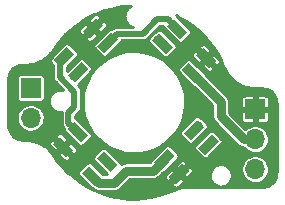
<source format=gbr>
%TF.GenerationSoftware,KiCad,Pcbnew,(5.99.0-2195-g476558ece)*%
%TF.CreationDate,2020-08-10T22:43:52-04:00*%
%TF.ProjectId,LED-daughterboard,4c45442d-6461-4756-9768-746572626f61,rev?*%
%TF.SameCoordinates,Original*%
%TF.FileFunction,Copper,L1,Top*%
%TF.FilePolarity,Positive*%
%FSLAX46Y46*%
G04 Gerber Fmt 4.6, Leading zero omitted, Abs format (unit mm)*
G04 Created by KiCad (PCBNEW (5.99.0-2195-g476558ece)) date 2020-08-10 22:43:52*
%MOMM*%
%LPD*%
G01*
G04 APERTURE LIST*
%TA.AperFunction,ComponentPad*%
%ADD10O,1.700000X1.700000*%
%TD*%
%TA.AperFunction,ComponentPad*%
%ADD11R,1.700000X1.700000*%
%TD*%
%TA.AperFunction,ViaPad*%
%ADD12C,0.800000*%
%TD*%
%TA.AperFunction,Conductor*%
%ADD13C,0.500000*%
%TD*%
%TA.AperFunction,Conductor*%
%ADD14C,0.750000*%
%TD*%
%TA.AperFunction,Conductor*%
%ADD15C,0.254000*%
%TD*%
G04 APERTURE END LIST*
D10*
%TO.P,J2,2,Pin_2*%
%TO.N,GND*%
X-5600000Y8660000D03*
D11*
%TO.P,J2,1,Pin_1*%
X-5600000Y11200000D03*
%TD*%
D10*
%TO.P,J1,3,Pin_3*%
%TO.N,GND*%
X13400000Y4320000D03*
%TO.P,J1,2,Pin_2*%
%TO.N,Net-(D1-Pad3)*%
X13400000Y6860000D03*
D11*
%TO.P,J1,1,Pin_1*%
%TO.N,+5V*%
X13400000Y9400000D03*
%TD*%
%TA.AperFunction,SMDPad,CuDef*%
%TO.P,D4,1,DOUT*%
%TO.N,Net-(D4-Pad1)*%
G36*
X9721320Y7284924D02*
G01*
X10322361Y6683883D01*
X9190990Y5552512D01*
X8589949Y6153553D01*
X9721320Y7284924D01*
G37*
%TD.AperFunction*%
%TA.AperFunction,SMDPad,CuDef*%
%TO.P,D4,2,VSS*%
%TO.N,GND*%
G36*
X8483883Y8522361D02*
G01*
X9084924Y7921320D01*
X7953553Y6789949D01*
X7352512Y7390990D01*
X8483883Y8522361D01*
G37*
%TD.AperFunction*%
%TA.AperFunction,SMDPad,CuDef*%
%TO.P,D4,4,VDD*%
%TO.N,+5V*%
G36*
X7246447Y4810051D02*
G01*
X7847488Y4209010D01*
X6716117Y3077639D01*
X6115076Y3678680D01*
X7246447Y4810051D01*
G37*
%TD.AperFunction*%
%TA.AperFunction,SMDPad,CuDef*%
%TO.P,D4,3,DIN*%
%TO.N,Net-(D3-Pad1)*%
G36*
X6009010Y6047488D02*
G01*
X6610051Y5446447D01*
X5478680Y4315076D01*
X4877639Y4916117D01*
X6009010Y6047488D01*
G37*
%TD.AperFunction*%
%TD*%
%TA.AperFunction,SMDPad,CuDef*%
%TO.P,D3,1,DOUT*%
%TO.N,Net-(D3-Pad1)*%
G36*
X484924Y3478680D02*
G01*
X-116117Y2877639D01*
X-1247488Y4009010D01*
X-646447Y4610051D01*
X484924Y3478680D01*
G37*
%TD.AperFunction*%
%TA.AperFunction,SMDPad,CuDef*%
%TO.P,D3,2,VSS*%
%TO.N,GND*%
G36*
X1722361Y4716117D02*
G01*
X1121320Y4115076D01*
X-10051Y5246447D01*
X590990Y5847488D01*
X1722361Y4716117D01*
G37*
%TD.AperFunction*%
%TA.AperFunction,SMDPad,CuDef*%
%TO.P,D3,4,VDD*%
%TO.N,+5V*%
G36*
X-1989949Y5953553D02*
G01*
X-2590990Y5352512D01*
X-3722361Y6483883D01*
X-3121320Y7084924D01*
X-1989949Y5953553D01*
G37*
%TD.AperFunction*%
%TA.AperFunction,SMDPad,CuDef*%
%TO.P,D3,3,DIN*%
%TO.N,Net-(D2-Pad1)*%
G36*
X-752512Y7190990D02*
G01*
X-1353553Y6589949D01*
X-2484924Y7721320D01*
X-1883883Y8322361D01*
X-752512Y7190990D01*
G37*
%TD.AperFunction*%
%TD*%
%TA.AperFunction,SMDPad,CuDef*%
%TO.P,D2,1,DOUT*%
%TO.N,Net-(D2-Pad1)*%
G36*
X-3065165Y12933794D02*
G01*
X-3666206Y13534835D01*
X-2534835Y14666206D01*
X-1933794Y14065165D01*
X-3065165Y12933794D01*
G37*
%TD.AperFunction*%
%TA.AperFunction,SMDPad,CuDef*%
%TO.P,D2,2,VSS*%
%TO.N,GND*%
G36*
X-1827728Y11696357D02*
G01*
X-2428769Y12297398D01*
X-1297398Y13428769D01*
X-696357Y12827728D01*
X-1827728Y11696357D01*
G37*
%TD.AperFunction*%
%TA.AperFunction,SMDPad,CuDef*%
%TO.P,D2,4,VDD*%
%TO.N,+5V*%
G36*
X-590292Y15408667D02*
G01*
X-1191333Y16009708D01*
X-59962Y17141079D01*
X541079Y16540038D01*
X-590292Y15408667D01*
G37*
%TD.AperFunction*%
%TA.AperFunction,SMDPad,CuDef*%
%TO.P,D2,3,DIN*%
%TO.N,Net-(D1-Pad1)*%
G36*
X647145Y14171230D02*
G01*
X46104Y14772271D01*
X1177475Y15903642D01*
X1778516Y15302601D01*
X647145Y14171230D01*
G37*
%TD.AperFunction*%
%TD*%
%TA.AperFunction,SMDPad,CuDef*%
%TO.P,D1,1,DOUT*%
%TO.N,Net-(D1-Pad1)*%
G36*
X5933794Y16465165D02*
G01*
X6534835Y17066206D01*
X7666206Y15934835D01*
X7065165Y15333794D01*
X5933794Y16465165D01*
G37*
%TD.AperFunction*%
%TA.AperFunction,SMDPad,CuDef*%
%TO.P,D1,2,VSS*%
%TO.N,GND*%
G36*
X4696357Y15227728D02*
G01*
X5297398Y15828769D01*
X6428769Y14697398D01*
X5827728Y14096357D01*
X4696357Y15227728D01*
G37*
%TD.AperFunction*%
%TA.AperFunction,SMDPad,CuDef*%
%TO.P,D1,4,VDD*%
%TO.N,+5V*%
G36*
X8408667Y13990292D02*
G01*
X9009708Y14591333D01*
X10141079Y13459962D01*
X9540038Y12858921D01*
X8408667Y13990292D01*
G37*
%TD.AperFunction*%
%TA.AperFunction,SMDPad,CuDef*%
%TO.P,D1,3,DIN*%
%TO.N,Net-(D1-Pad3)*%
G36*
X7171230Y12752855D02*
G01*
X7772271Y13353896D01*
X8903642Y12222525D01*
X8302601Y11621484D01*
X7171230Y12752855D01*
G37*
%TD.AperFunction*%
%TD*%
D12*
%TO.N,GND*%
X1200000Y4650000D03*
X600000Y5250000D03*
X8550000Y8000000D03*
X7950000Y7400000D03*
X5200000Y15250000D03*
X5800000Y14700000D03*
X-1900000Y12200000D03*
X-1300000Y12800000D03*
%TD*%
D13*
%TO.N,Net-(D2-Pad1)*%
X-3100000Y12100000D02*
X-1900000Y10900000D01*
X-1900000Y10900000D02*
X-1900000Y9600000D01*
X-2800000Y13800000D02*
X-3100000Y13500000D01*
X-1900000Y9600000D02*
X-2400000Y9100000D01*
X-3100000Y13500000D02*
X-3100000Y12100000D01*
X-2400000Y8237437D02*
X-1618718Y7456155D01*
X-2400000Y9100000D02*
X-2400000Y8237437D01*
%TO.N,Net-(D1-Pad1)*%
X3900000Y15800000D02*
X5100000Y17000000D01*
X912310Y15037436D02*
X1674874Y15800000D01*
X1674874Y15800000D02*
X3900000Y15800000D01*
X5100000Y17000000D02*
X6000000Y17000000D01*
X6000000Y17000000D02*
X6800000Y16200000D01*
D14*
%TO.N,Net-(D3-Pad1)*%
X184403Y3178160D02*
X1478160Y3178160D01*
X1478160Y3178160D02*
X2500000Y4200000D01*
X-381282Y3743845D02*
X184403Y3178160D01*
X2500000Y4200000D02*
X4762563Y4200000D01*
X4762563Y4200000D02*
X5743845Y5181282D01*
X-381282Y3743845D02*
X-137437Y3500000D01*
X5462563Y4900000D02*
X5743845Y5181282D01*
%TO.N,Net-(D2-Pad1)*%
X-2800000Y13800000D02*
X-3050000Y13550000D01*
%TO.N,Net-(D1-Pad3)*%
X13400000Y6860000D02*
X12440000Y6860000D01*
X12440000Y6860000D02*
X10500000Y8800000D01*
X10500000Y10025126D02*
X8037436Y12487690D01*
X10500000Y8800000D02*
X10500000Y10025126D01*
%TD*%
%TO.N,+5V*%
D15*
X2860704Y18147832D02*
X2848631Y18141467D01*
X2688891Y18033721D01*
X2678467Y18024912D01*
X2545591Y17885378D01*
X2537302Y17874536D01*
X2437489Y17709725D01*
X2431721Y17697356D01*
X2369627Y17514956D01*
X2366650Y17501637D01*
X2345172Y17310157D01*
X2345124Y17296509D01*
X2365265Y17104885D01*
X2368149Y17091546D01*
X2428968Y16908715D01*
X2434649Y16896306D01*
X2533310Y16730802D01*
X2541524Y16719902D01*
X2673422Y16579445D01*
X2683785Y16570563D01*
X2842768Y16461705D01*
X2854795Y16455256D01*
X3033444Y16383077D01*
X3046577Y16379361D01*
X3054623Y16378000D01*
X1700088Y16378000D01*
X1634873Y16383706D01*
X1612910Y16381785D01*
X1549660Y16364838D01*
X1485159Y16353464D01*
X1464441Y16345923D01*
X1451775Y16338610D01*
X1437645Y16334824D01*
X1417662Y16325506D01*
X1364021Y16287945D01*
X1307305Y16255200D01*
X1290416Y16241029D01*
X1270666Y16217492D01*
X1189885Y16233560D01*
X1165065Y16233560D01*
X1062687Y16213196D01*
X1039756Y16203698D01*
X958134Y16149160D01*
X948565Y16141306D01*
X-191560Y15001181D01*
X-199414Y14991612D01*
X-253952Y14909990D01*
X-263450Y14887059D01*
X-283814Y14784681D01*
X-283814Y14759861D01*
X-263450Y14657483D01*
X-253952Y14634552D01*
X-199414Y14552930D01*
X-191560Y14543361D01*
X418235Y13933566D01*
X427804Y13925712D01*
X509426Y13871174D01*
X532357Y13861676D01*
X634735Y13841312D01*
X659555Y13841312D01*
X761933Y13861676D01*
X784864Y13871174D01*
X866486Y13925712D01*
X876055Y13933566D01*
X2016180Y15073691D01*
X2024034Y15083260D01*
X2078572Y15164882D01*
X2088070Y15187813D01*
X2094870Y15222000D01*
X3874786Y15222000D01*
X3940001Y15216294D01*
X3961964Y15218215D01*
X4025214Y15235163D01*
X4089713Y15246535D01*
X4110432Y15254076D01*
X4123103Y15261392D01*
X4137227Y15265176D01*
X4157209Y15274494D01*
X4210847Y15312051D01*
X4267569Y15344800D01*
X4284458Y15358972D01*
X4326560Y15409147D01*
X4652790Y15735376D01*
X4549163Y15592748D01*
X4540159Y15575076D01*
X4522364Y15520309D01*
X4458693Y15456638D01*
X4450839Y15447069D01*
X4396301Y15365447D01*
X4386803Y15342516D01*
X4366439Y15240138D01*
X4366439Y15215318D01*
X4386803Y15112940D01*
X4396301Y15090009D01*
X4450839Y15008387D01*
X4458693Y14998818D01*
X4548026Y14909485D01*
X4549164Y14907251D01*
X4672909Y14736932D01*
X4686932Y14722909D01*
X4857251Y14599164D01*
X4859485Y14598026D01*
X5598818Y13858693D01*
X5608387Y13850839D01*
X5690009Y13796301D01*
X5712940Y13786803D01*
X5815318Y13766439D01*
X5840138Y13766439D01*
X5942516Y13786803D01*
X5965447Y13796301D01*
X6047069Y13850839D01*
X6056638Y13858693D01*
X6200647Y14002702D01*
X8078749Y14002702D01*
X8078749Y13977882D01*
X8099113Y13875504D01*
X8108611Y13852573D01*
X8163149Y13770951D01*
X8171003Y13761382D01*
X8598364Y13334020D01*
X8702746Y13334020D01*
X9041663Y13672936D01*
X9041663Y13777318D01*
X9508083Y13777318D01*
X9508083Y13672936D01*
X10112165Y13068855D01*
X10216547Y13068855D01*
X10378743Y13231052D01*
X10386597Y13240621D01*
X10441135Y13322243D01*
X10450633Y13345174D01*
X10470997Y13447552D01*
X10470997Y13472372D01*
X10450633Y13574750D01*
X10441135Y13597681D01*
X10386597Y13679303D01*
X10378743Y13688872D01*
X9951382Y14116234D01*
X9847000Y14116234D01*
X9508083Y13777318D01*
X9041663Y13777318D01*
X8437581Y14381399D01*
X8333199Y14381399D01*
X8171003Y14219202D01*
X8163149Y14209633D01*
X8108611Y14128011D01*
X8099113Y14105080D01*
X8078749Y14002702D01*
X6200647Y14002702D01*
X6666433Y14468488D01*
X6674287Y14478057D01*
X6728825Y14559679D01*
X6738323Y14582610D01*
X6755069Y14666801D01*
X8618601Y14666801D01*
X8618601Y14562419D01*
X9222682Y13958337D01*
X9327064Y13958337D01*
X9665980Y14297254D01*
X9665980Y14401636D01*
X9238618Y14828997D01*
X9229049Y14836851D01*
X9147427Y14891389D01*
X9124496Y14900887D01*
X9022118Y14921251D01*
X8997298Y14921251D01*
X8894920Y14900887D01*
X8871989Y14891389D01*
X8790367Y14836851D01*
X8780798Y14828997D01*
X8618601Y14666801D01*
X6755069Y14666801D01*
X6758687Y14684988D01*
X6758687Y14709808D01*
X6738323Y14812186D01*
X6728825Y14835117D01*
X6674287Y14916739D01*
X6666433Y14926308D01*
X5526308Y16066433D01*
X5516739Y16074287D01*
X5435117Y16128825D01*
X5412186Y16138323D01*
X5309808Y16158687D01*
X5284988Y16158687D01*
X5182610Y16138323D01*
X5159679Y16128825D01*
X5078057Y16074287D01*
X5068488Y16066433D01*
X4929691Y15927636D01*
X4874924Y15909841D01*
X4857252Y15900837D01*
X4714624Y15797211D01*
X5339414Y16422000D01*
X5609993Y16422000D01*
X5624240Y16350377D01*
X5633738Y16327446D01*
X5688276Y16245824D01*
X5696130Y16236255D01*
X6836255Y15096130D01*
X6845824Y15088276D01*
X6927446Y15033738D01*
X6950377Y15024240D01*
X7052755Y15003876D01*
X7077575Y15003876D01*
X7179953Y15024240D01*
X7202884Y15033738D01*
X7284506Y15088276D01*
X7294075Y15096130D01*
X7903870Y15705925D01*
X7911724Y15715494D01*
X7966262Y15797116D01*
X7975760Y15820047D01*
X7996124Y15922425D01*
X7996124Y15947245D01*
X7975760Y16049623D01*
X7966262Y16072554D01*
X7911724Y16154176D01*
X7903870Y16163745D01*
X6763745Y17303870D01*
X6754176Y17311724D01*
X6681038Y17360593D01*
X7087331Y17154419D01*
X7564794Y16869728D01*
X8021818Y16553201D01*
X8456236Y16206341D01*
X8866063Y15830728D01*
X9249399Y15428105D01*
X9604453Y15000353D01*
X9929596Y14549436D01*
X10223319Y14077446D01*
X10484255Y13586579D01*
X10713022Y13075025D01*
X10755736Y12967872D01*
X10756039Y12966870D01*
X10757301Y12963946D01*
X10758187Y12961723D01*
X10758565Y12961017D01*
X10758948Y12960130D01*
X10828525Y12798276D01*
X10832799Y12790778D01*
X10836257Y12782385D01*
X10839912Y12775771D01*
X10994430Y12494704D01*
X11002113Y12483822D01*
X11009020Y12471660D01*
X11013477Y12465554D01*
X11201999Y12206077D01*
X11211046Y12196177D01*
X11219214Y12185227D01*
X11224336Y12179769D01*
X11224345Y12179761D01*
X11444105Y11945739D01*
X11454343Y11937034D01*
X11463738Y11927268D01*
X11469500Y11922491D01*
X11469553Y11922448D01*
X11716933Y11717798D01*
X11728134Y11710475D01*
X11738858Y11701836D01*
X11745126Y11697864D01*
X12016176Y11525849D01*
X12028194Y11519994D01*
X12039971Y11512737D01*
X12046781Y11509542D01*
X12337119Y11372920D01*
X12349765Y11368621D01*
X12362377Y11362890D01*
X12369385Y11360623D01*
X12674697Y11261420D01*
X12687813Y11258734D01*
X12700933Y11254656D01*
X12708300Y11253254D01*
X13023588Y11193110D01*
X13036900Y11192091D01*
X13050550Y11189675D01*
X13057924Y11189221D01*
X13378290Y11169066D01*
X13392417Y11169763D01*
X13418431Y11173999D01*
X13994443Y11173999D01*
X13996527Y11173336D01*
X14010573Y11170568D01*
X14017941Y11169970D01*
X14235791Y11152059D01*
X14421403Y11105437D01*
X14596891Y11029133D01*
X14757561Y10925191D01*
X14899108Y10796393D01*
X15017712Y10646214D01*
X15110194Y10478684D01*
X15174074Y10298290D01*
X15208652Y10104172D01*
X15214633Y9977336D01*
X15216876Y9963371D01*
X15219076Y9955465D01*
X15219075Y4050632D01*
X15218412Y4048548D01*
X15215644Y4034502D01*
X15215046Y4027134D01*
X15197135Y3809283D01*
X15150513Y3623670D01*
X15074209Y3448183D01*
X14970267Y3287513D01*
X14841469Y3145966D01*
X14691291Y3027363D01*
X14523761Y2934881D01*
X14343368Y2871001D01*
X14149248Y2836422D01*
X14022411Y2830441D01*
X14008446Y2828198D01*
X14000544Y2825999D01*
X7760337Y2825999D01*
X7740645Y2829984D01*
X7726522Y2831219D01*
X7719039Y2831031D01*
X7718962Y2831029D01*
X7580144Y2827370D01*
X7572791Y2826345D01*
X7565252Y2826328D01*
X7557817Y2825469D01*
X7557782Y2825465D01*
X7238880Y2788454D01*
X7225855Y2785436D01*
X7212150Y2783662D01*
X7204849Y2781858D01*
X6893249Y2705207D01*
X6880652Y2700561D01*
X6867507Y2697156D01*
X6860518Y2694478D01*
X6860465Y2694458D01*
X6566342Y2581437D01*
X6565494Y2581191D01*
X6563044Y2580170D01*
X6560773Y2579297D01*
X6560051Y2578922D01*
X6558583Y2578310D01*
X6558545Y2578294D01*
X6035155Y2359678D01*
X5508802Y2180800D01*
X4971511Y2038139D01*
X4425745Y1932349D01*
X3874059Y1863928D01*
X3318997Y1833187D01*
X2763135Y1840269D01*
X2209012Y1885144D01*
X1659241Y1967602D01*
X1116383Y2087256D01*
X582868Y2243571D01*
X61270Y2435791D01*
X-446086Y2663062D01*
X-936793Y2924305D01*
X-1408599Y3218323D01*
X-1859309Y3543745D01*
X-2286824Y3899052D01*
X-2415188Y4021420D01*
X-1577406Y4021420D01*
X-1577406Y3996600D01*
X-1557042Y3894222D01*
X-1547544Y3871291D01*
X-1493006Y3789669D01*
X-1485152Y3780100D01*
X-345027Y2639975D01*
X-335458Y2632121D01*
X-253836Y2577583D01*
X-230905Y2568085D01*
X-149678Y2551928D01*
X-146856Y2549878D01*
X-129184Y2540874D01*
X-85458Y2526666D01*
X-44488Y2505791D01*
X-25626Y2499662D01*
X19791Y2492469D01*
X63509Y2478265D01*
X83097Y2475162D01*
X134157Y2475162D01*
X134183Y2475160D01*
X1528774Y2475160D01*
X1528786Y2475161D01*
X1579464Y2475161D01*
X1599052Y2478264D01*
X1642772Y2492469D01*
X1688190Y2499662D01*
X1707052Y2505791D01*
X1748025Y2526668D01*
X1791745Y2540873D01*
X1809416Y2549877D01*
X1846609Y2576899D01*
X1887578Y2597774D01*
X1903623Y2609432D01*
X2039876Y2745686D01*
X2400743Y3106553D01*
X6325010Y3106553D01*
X6325010Y3002171D01*
X6487207Y2839975D01*
X6496776Y2832121D01*
X6578398Y2777583D01*
X6601329Y2768085D01*
X6703707Y2747721D01*
X6728527Y2747721D01*
X6830905Y2768085D01*
X6853836Y2777583D01*
X6935458Y2832121D01*
X6945027Y2839975D01*
X7372389Y3267336D01*
X7372389Y3371718D01*
X7033473Y3710635D01*
X6929091Y3710635D01*
X6325010Y3106553D01*
X2400743Y3106553D01*
X2791191Y3497000D01*
X4813177Y3497000D01*
X4813189Y3497001D01*
X4863867Y3497001D01*
X4883455Y3500104D01*
X4927175Y3514309D01*
X4972593Y3521502D01*
X4991455Y3527631D01*
X5032428Y3548508D01*
X5076148Y3562713D01*
X5093819Y3571717D01*
X5131012Y3598739D01*
X5171981Y3619614D01*
X5188026Y3631272D01*
X5247843Y3691090D01*
X5785158Y3691090D01*
X5785158Y3666270D01*
X5805522Y3563892D01*
X5815020Y3540961D01*
X5869558Y3459339D01*
X5877412Y3449770D01*
X6039608Y3287573D01*
X6143990Y3287573D01*
X6748072Y3891654D01*
X6748072Y3996036D01*
X7214492Y3996036D01*
X7214492Y3891654D01*
X7553409Y3552738D01*
X7657791Y3552738D01*
X7901561Y3796509D01*
X9545124Y3796509D01*
X9565265Y3604885D01*
X9568149Y3591546D01*
X9628968Y3408715D01*
X9634649Y3396306D01*
X9733310Y3230802D01*
X9741524Y3219902D01*
X9873422Y3079445D01*
X9883785Y3070563D01*
X10042768Y2961705D01*
X10054795Y2955256D01*
X10233444Y2883077D01*
X10246577Y2879361D01*
X10436559Y2847227D01*
X10450182Y2846418D01*
X10642633Y2855831D01*
X10656113Y2857966D01*
X10842052Y2908484D01*
X10854759Y2913464D01*
X11025513Y3002732D01*
X11036854Y3010324D01*
X11184456Y3134177D01*
X11193902Y3144027D01*
X11311464Y3296685D01*
X11318575Y3308334D01*
X11400615Y3482676D01*
X11405058Y3495581D01*
X11447770Y3683580D01*
X11449340Y3697359D01*
X11450033Y3896010D01*
X11448560Y3909800D01*
X11407160Y4098094D01*
X11402807Y4111028D01*
X11349078Y4227310D01*
X12222546Y4227310D01*
X12223578Y4215029D01*
X12262974Y4000374D01*
X12266372Y3988527D01*
X12346712Y3785612D01*
X12352345Y3774650D01*
X12470568Y3591204D01*
X12478223Y3581545D01*
X12629826Y3424556D01*
X12639212Y3416568D01*
X12818419Y3292015D01*
X12829178Y3286002D01*
X13029165Y3198630D01*
X13040887Y3194822D01*
X13254036Y3147958D01*
X13266274Y3146499D01*
X13484467Y3141929D01*
X13496756Y3142874D01*
X13711680Y3180770D01*
X13723552Y3184085D01*
X13927022Y3263007D01*
X13938023Y3268564D01*
X14122289Y3385503D01*
X14132001Y3393091D01*
X14290045Y3543593D01*
X14298098Y3552923D01*
X14423899Y3731257D01*
X14429987Y3741974D01*
X14518753Y3941346D01*
X14522644Y3953041D01*
X14571092Y4166287D01*
X14572655Y4179401D01*
X14576125Y4427801D01*
X14574928Y4440954D01*
X14532452Y4655471D01*
X14528890Y4667270D01*
X14445724Y4869043D01*
X14439938Y4879925D01*
X14319166Y5061701D01*
X14311376Y5071252D01*
X14157597Y5226109D01*
X14148101Y5233965D01*
X13967172Y5356005D01*
X13956330Y5361867D01*
X13755142Y5446438D01*
X13743368Y5450082D01*
X13529585Y5493966D01*
X13517328Y5495254D01*
X13299093Y5496778D01*
X13286818Y5495661D01*
X13072444Y5454766D01*
X13060620Y5451287D01*
X12858272Y5369533D01*
X12847350Y5363823D01*
X12664733Y5244322D01*
X12655128Y5236599D01*
X12499202Y5083904D01*
X12491279Y5074463D01*
X12367980Y4894390D01*
X12362042Y4883589D01*
X12276069Y4682996D01*
X12272343Y4671249D01*
X12226967Y4457779D01*
X12225593Y4445530D01*
X12222546Y4227310D01*
X11349078Y4227310D01*
X11321988Y4285938D01*
X11314959Y4297637D01*
X11198464Y4451113D01*
X11189087Y4461029D01*
X11042353Y4585909D01*
X11031066Y4593580D01*
X10860939Y4684038D01*
X10848267Y4689106D01*
X10662685Y4740922D01*
X10649221Y4743151D01*
X10456841Y4753906D01*
X10443212Y4753192D01*
X10253011Y4722386D01*
X10239853Y4718762D01*
X10060704Y4647832D01*
X10048631Y4641467D01*
X9888891Y4533721D01*
X9878467Y4524912D01*
X9745591Y4385378D01*
X9737302Y4374536D01*
X9637489Y4209725D01*
X9631721Y4197356D01*
X9569627Y4014956D01*
X9566650Y4001637D01*
X9545172Y3810157D01*
X9545124Y3796509D01*
X7901561Y3796509D01*
X8085152Y3980100D01*
X8093006Y3989669D01*
X8147544Y4071291D01*
X8157042Y4094222D01*
X8177406Y4196600D01*
X8177406Y4221420D01*
X8157042Y4323798D01*
X8147544Y4346729D01*
X8093006Y4428351D01*
X8085152Y4437920D01*
X7922956Y4600117D01*
X7818574Y4600117D01*
X7214492Y3996036D01*
X6748072Y3996036D01*
X6409155Y4334952D01*
X6304773Y4334952D01*
X5877412Y3907590D01*
X5869558Y3898021D01*
X5815020Y3816399D01*
X5805522Y3793468D01*
X5785158Y3691090D01*
X5247843Y3691090D01*
X5554530Y3997777D01*
X5593468Y4005522D01*
X5616399Y4015020D01*
X5698021Y4069558D01*
X5707590Y4077412D01*
X6250532Y4620354D01*
X6590175Y4620354D01*
X6590175Y4515972D01*
X6929091Y4177055D01*
X7033473Y4177055D01*
X7637554Y4781137D01*
X7637554Y4885519D01*
X7475357Y5047715D01*
X7465788Y5055569D01*
X7384166Y5110107D01*
X7361235Y5119605D01*
X7258857Y5139969D01*
X7234037Y5139969D01*
X7131659Y5119605D01*
X7108728Y5110107D01*
X7027106Y5055569D01*
X7017537Y5047715D01*
X6590175Y4620354D01*
X6250532Y4620354D01*
X6847715Y5217537D01*
X6855569Y5227106D01*
X6910107Y5308728D01*
X6919605Y5331659D01*
X6939969Y5434037D01*
X6939969Y5458857D01*
X6919605Y5561235D01*
X6910107Y5584166D01*
X6855569Y5665788D01*
X6847715Y5675357D01*
X6357109Y6165963D01*
X8260031Y6165963D01*
X8260031Y6141143D01*
X8280395Y6038765D01*
X8289893Y6015834D01*
X8344431Y5934212D01*
X8352285Y5924643D01*
X8962080Y5314848D01*
X8971649Y5306994D01*
X9053271Y5252456D01*
X9076202Y5242958D01*
X9178580Y5222594D01*
X9203400Y5222594D01*
X9305778Y5242958D01*
X9328709Y5252456D01*
X9410331Y5306994D01*
X9419900Y5314848D01*
X10560025Y6454973D01*
X10567879Y6464542D01*
X10622417Y6546164D01*
X10631915Y6569095D01*
X10652279Y6671473D01*
X10652279Y6696293D01*
X10631915Y6798671D01*
X10622417Y6821602D01*
X10567879Y6903224D01*
X10560025Y6912793D01*
X9950230Y7522588D01*
X9940661Y7530442D01*
X9859039Y7584980D01*
X9836108Y7594478D01*
X9733730Y7614842D01*
X9708910Y7614842D01*
X9606532Y7594478D01*
X9583601Y7584980D01*
X9501979Y7530442D01*
X9492410Y7522588D01*
X8352285Y6382463D01*
X8344431Y6372894D01*
X8289893Y6291272D01*
X8280395Y6268341D01*
X8260031Y6165963D01*
X6357109Y6165963D01*
X6237920Y6285152D01*
X6228351Y6293006D01*
X6146729Y6347544D01*
X6123798Y6357042D01*
X6021420Y6377406D01*
X5996600Y6377406D01*
X5894222Y6357042D01*
X5871291Y6347544D01*
X5789669Y6293006D01*
X5780100Y6285152D01*
X4639975Y5145027D01*
X4632121Y5135458D01*
X4577583Y5053836D01*
X4568085Y5030905D01*
X4560340Y4991967D01*
X4471373Y4903000D01*
X2449386Y4903000D01*
X2449374Y4902999D01*
X2398696Y4902999D01*
X2379107Y4899897D01*
X2335386Y4885691D01*
X2289970Y4878497D01*
X2271107Y4872369D01*
X2230136Y4851493D01*
X2186414Y4837287D01*
X2168742Y4828282D01*
X2131547Y4801258D01*
X2090583Y4780386D01*
X2074538Y4768729D01*
X2049302Y4743493D01*
X2031915Y4830905D01*
X2022417Y4853836D01*
X1967879Y4935458D01*
X1960025Y4945027D01*
X819900Y6085152D01*
X810331Y6093006D01*
X728709Y6147544D01*
X705778Y6157042D01*
X603400Y6177406D01*
X578580Y6177406D01*
X476202Y6157042D01*
X453271Y6147544D01*
X371649Y6093006D01*
X362080Y6085152D01*
X-247715Y5475357D01*
X-255569Y5465788D01*
X-310107Y5384166D01*
X-319605Y5361235D01*
X-339969Y5258857D01*
X-339969Y5234037D01*
X-319605Y5131659D01*
X-310107Y5108728D01*
X-255569Y5027106D01*
X-247715Y5017537D01*
X888662Y3881160D01*
X549018Y3881160D01*
X-417537Y4847715D01*
X-427106Y4855569D01*
X-508728Y4910107D01*
X-531659Y4919605D01*
X-634037Y4939969D01*
X-658857Y4939969D01*
X-761235Y4919605D01*
X-784166Y4910107D01*
X-865788Y4855569D01*
X-875357Y4847715D01*
X-1485152Y4237920D01*
X-1493006Y4228351D01*
X-1547544Y4146729D01*
X-1557042Y4123798D01*
X-1577406Y4021420D01*
X-2415188Y4021420D01*
X-2689215Y4282646D01*
X-3064574Y4692708D01*
X-3411478Y5127735D01*
X-3707445Y5552975D01*
X-3707928Y5553817D01*
X-3709802Y5556362D01*
X-3711365Y5558608D01*
X-3711927Y5559249D01*
X-3712336Y5559805D01*
X-3776151Y5646591D01*
X-3247262Y5646591D01*
X-3247262Y5542209D01*
X-2819900Y5114848D01*
X-2810331Y5106994D01*
X-2728709Y5052456D01*
X-2705778Y5042958D01*
X-2603400Y5022594D01*
X-2578580Y5022594D01*
X-2476202Y5042958D01*
X-2453271Y5052456D01*
X-2371649Y5106994D01*
X-2362080Y5114848D01*
X-2199883Y5277044D01*
X-2199883Y5381426D01*
X-2803964Y5985508D01*
X-2908346Y5985508D01*
X-3247262Y5646591D01*
X-3776151Y5646591D01*
X-3885594Y5795428D01*
X-3894066Y5804592D01*
X-3901658Y5814771D01*
X-3906781Y5820229D01*
X-3906790Y5820237D01*
X-4126550Y6054259D01*
X-4136742Y6062925D01*
X-4146305Y6072847D01*
X-4152093Y6077628D01*
X-4399378Y6282200D01*
X-4410579Y6289523D01*
X-4421303Y6298162D01*
X-4427644Y6302180D01*
X-4698622Y6474149D01*
X-4710717Y6480042D01*
X-4722207Y6487142D01*
X-4728976Y6490339D01*
X-4729053Y6490375D01*
X-4741629Y6496293D01*
X-4052279Y6496293D01*
X-4052279Y6471473D01*
X-4031915Y6369095D01*
X-4022417Y6346164D01*
X-3967879Y6264542D01*
X-3960025Y6254973D01*
X-3532664Y5827611D01*
X-3428282Y5827611D01*
X-3089365Y6166527D01*
X-3089365Y6270909D01*
X-2622945Y6270909D01*
X-2622945Y6166527D01*
X-2018863Y5562446D01*
X-1914481Y5562446D01*
X-1752285Y5724643D01*
X-1744431Y5734212D01*
X-1689893Y5815834D01*
X-1680395Y5838765D01*
X-1660031Y5941143D01*
X-1660031Y5965963D01*
X-1680395Y6068341D01*
X-1689893Y6091272D01*
X-1744431Y6172894D01*
X-1752285Y6182463D01*
X-2179646Y6609825D01*
X-2284028Y6609825D01*
X-2622945Y6270909D01*
X-3089365Y6270909D01*
X-3693447Y6874990D01*
X-3797829Y6874990D01*
X-3960025Y6712793D01*
X-3967879Y6703224D01*
X-4022417Y6621602D01*
X-4031915Y6598671D01*
X-4052279Y6496293D01*
X-4741629Y6496293D01*
X-5019564Y6627078D01*
X-5032300Y6631408D01*
X-5044589Y6637012D01*
X-5051704Y6639335D01*
X-5051788Y6639363D01*
X-5357143Y6738578D01*
X-5370258Y6741264D01*
X-5383378Y6745342D01*
X-5390745Y6746744D01*
X-5706033Y6806888D01*
X-5719345Y6807907D01*
X-5733011Y6810325D01*
X-5740529Y6810787D01*
X-6060735Y6830932D01*
X-6074862Y6830235D01*
X-6100876Y6825999D01*
X-6266792Y6825999D01*
X-6268876Y6826662D01*
X-6282922Y6829430D01*
X-6290306Y6830029D01*
X-6508141Y6847939D01*
X-6693754Y6894561D01*
X-6869241Y6970865D01*
X-7029911Y7074807D01*
X-7123967Y7160392D01*
X-3512427Y7160392D01*
X-3512427Y7056010D01*
X-2908346Y6451928D01*
X-2803964Y6451928D01*
X-2465048Y6790845D01*
X-2465048Y6895227D01*
X-2892410Y7322588D01*
X-2901979Y7330442D01*
X-2983601Y7384980D01*
X-3006532Y7394478D01*
X-3108910Y7414842D01*
X-3133730Y7414842D01*
X-3236108Y7394478D01*
X-3259039Y7384980D01*
X-3340661Y7330442D01*
X-3350230Y7322588D01*
X-3512427Y7160392D01*
X-7123967Y7160392D01*
X-7171458Y7203605D01*
X-7290061Y7353783D01*
X-7382543Y7521313D01*
X-7446423Y7701706D01*
X-7481002Y7895826D01*
X-7486983Y8022663D01*
X-7489226Y8036628D01*
X-7491425Y8044530D01*
X-7491425Y8567310D01*
X-6777454Y8567310D01*
X-6776422Y8555029D01*
X-6737026Y8340374D01*
X-6733628Y8328527D01*
X-6653288Y8125612D01*
X-6647655Y8114650D01*
X-6529432Y7931204D01*
X-6521777Y7921545D01*
X-6370174Y7764556D01*
X-6360788Y7756568D01*
X-6181581Y7632015D01*
X-6170822Y7626002D01*
X-5970835Y7538630D01*
X-5959113Y7534822D01*
X-5745964Y7487958D01*
X-5733726Y7486499D01*
X-5515533Y7481929D01*
X-5503244Y7482874D01*
X-5288320Y7520770D01*
X-5276448Y7524085D01*
X-5072978Y7603007D01*
X-5061977Y7608564D01*
X-4877711Y7725503D01*
X-4867999Y7733091D01*
X-4709955Y7883593D01*
X-4701902Y7892923D01*
X-4576101Y8071257D01*
X-4570013Y8081974D01*
X-4481247Y8281346D01*
X-4477356Y8293041D01*
X-4428908Y8506287D01*
X-4427345Y8519401D01*
X-4423875Y8767801D01*
X-4425072Y8780954D01*
X-4467548Y8995471D01*
X-4471110Y9007270D01*
X-4554276Y9209043D01*
X-4560062Y9219925D01*
X-4680834Y9401701D01*
X-4688624Y9411252D01*
X-4842403Y9566109D01*
X-4851899Y9573965D01*
X-5032828Y9696005D01*
X-5043670Y9701867D01*
X-5244858Y9786438D01*
X-5256632Y9790082D01*
X-5470415Y9833966D01*
X-5482672Y9835254D01*
X-5700907Y9836778D01*
X-5713182Y9835661D01*
X-5927556Y9794766D01*
X-5939380Y9791287D01*
X-6141728Y9709533D01*
X-6152650Y9703823D01*
X-6335267Y9584322D01*
X-6344872Y9576599D01*
X-6500798Y9423904D01*
X-6508721Y9414463D01*
X-6632020Y9234390D01*
X-6637958Y9223589D01*
X-6723931Y9022996D01*
X-6727657Y9011249D01*
X-6773033Y8797779D01*
X-6774407Y8785530D01*
X-6777454Y8567310D01*
X-7491425Y8567310D01*
X-7491425Y11949367D01*
X-7490762Y11951451D01*
X-7487994Y11965497D01*
X-7487396Y11972865D01*
X-7480546Y12056190D01*
X-6779918Y12056190D01*
X-6779918Y10343810D01*
X-6778705Y10331490D01*
X-6759554Y10235212D01*
X-6750056Y10212281D01*
X-6692063Y10125488D01*
X-6674512Y10107937D01*
X-6587719Y10049944D01*
X-6564788Y10040446D01*
X-6468510Y10021295D01*
X-6456190Y10020082D01*
X-4743810Y10020082D01*
X-4731490Y10021295D01*
X-4635212Y10040446D01*
X-4612281Y10049944D01*
X-4542592Y10096509D01*
X-4054876Y10096509D01*
X-4034735Y9904885D01*
X-4031851Y9891546D01*
X-3971032Y9708715D01*
X-3965351Y9696306D01*
X-3866690Y9530802D01*
X-3858476Y9519902D01*
X-3726578Y9379445D01*
X-3716215Y9370563D01*
X-3557232Y9261705D01*
X-3545205Y9255256D01*
X-3366556Y9183077D01*
X-3353423Y9179361D01*
X-3163441Y9147227D01*
X-3149818Y9146418D01*
X-2982429Y9154605D01*
X-2983706Y9140000D01*
X-2978000Y9074785D01*
X-2977999Y8262662D01*
X-2983706Y8197436D01*
X-2981785Y8175473D01*
X-2964834Y8112212D01*
X-2953464Y8047723D01*
X-2945922Y8027004D01*
X-2938609Y8014339D01*
X-2934824Y8000210D01*
X-2925506Y7980227D01*
X-2887943Y7926582D01*
X-2855200Y7869869D01*
X-2841028Y7852980D01*
X-2798260Y7817093D01*
X-2814842Y7733730D01*
X-2814842Y7708910D01*
X-2794478Y7606532D01*
X-2784980Y7583601D01*
X-2730442Y7501979D01*
X-2722588Y7492410D01*
X-1582463Y6352285D01*
X-1572894Y6344431D01*
X-1491272Y6289893D01*
X-1468341Y6280395D01*
X-1365963Y6260031D01*
X-1341143Y6260031D01*
X-1238765Y6280395D01*
X-1215834Y6289893D01*
X-1134212Y6344431D01*
X-1124643Y6352285D01*
X-514848Y6962080D01*
X-506994Y6971649D01*
X-452456Y7053271D01*
X-442958Y7076202D01*
X-422594Y7178580D01*
X-422594Y7203400D01*
X-442958Y7305778D01*
X-452456Y7328709D01*
X-506994Y7410331D01*
X-514848Y7419900D01*
X-1654973Y8560025D01*
X-1664542Y8567879D01*
X-1746164Y8622417D01*
X-1769095Y8631915D01*
X-1822000Y8642438D01*
X-1822000Y8860585D01*
X-1509130Y9173454D01*
X-1458971Y9215542D01*
X-1444800Y9232431D01*
X-1412054Y9289149D01*
X-1374494Y9342790D01*
X-1365176Y9362771D01*
X-1361390Y9376902D01*
X-1354077Y9389567D01*
X-1346536Y9410286D01*
X-1335163Y9474778D01*
X-1318214Y9538035D01*
X-1316293Y9559999D01*
X-1322000Y9625222D01*
X-1322000Y9851924D01*
X-1183459Y9851924D01*
X-1183244Y9845769D01*
X-1148351Y9430240D01*
X-1147537Y9424135D01*
X-1072262Y9013995D01*
X-1070856Y9007999D01*
X-955917Y8607161D01*
X-953932Y8601330D01*
X-800427Y8213621D01*
X-797883Y8208012D01*
X-607277Y7837134D01*
X-604198Y7831800D01*
X-378310Y7481290D01*
X-374725Y7476283D01*
X-115712Y7149489D01*
X-111655Y7144855D01*
X178012Y6844897D01*
X182502Y6840681D01*
X500057Y6570420D01*
X504936Y6566663D01*
X847349Y6328680D01*
X852572Y6325416D01*
X1216573Y6121983D01*
X1222089Y6119244D01*
X1604205Y5952301D01*
X1609962Y5950114D01*
X2006545Y5821257D01*
X2012488Y5819643D01*
X2419753Y5730100D01*
X2425825Y5729073D01*
X2839883Y5679699D01*
X2846026Y5679269D01*
X3262927Y5670536D01*
X3269083Y5670708D01*
X3684846Y5702700D01*
X3690956Y5703472D01*
X4101613Y5775882D01*
X4107619Y5777246D01*
X4509250Y5889384D01*
X4515094Y5891328D01*
X4903865Y6042122D01*
X4909491Y6044627D01*
X5281692Y6232639D01*
X5287047Y6235681D01*
X5639124Y6459117D01*
X5644157Y6462667D01*
X5972751Y6719392D01*
X5977413Y6723417D01*
X6279387Y7010982D01*
X6283634Y7015442D01*
X6556105Y7331102D01*
X6559896Y7335955D01*
X6607473Y7403400D01*
X7022594Y7403400D01*
X7022594Y7378580D01*
X7042958Y7276202D01*
X7052456Y7253271D01*
X7106994Y7171649D01*
X7114848Y7162080D01*
X7724643Y6552285D01*
X7734212Y6544431D01*
X7815834Y6489893D01*
X7838765Y6480395D01*
X7941143Y6460031D01*
X7965963Y6460031D01*
X8068341Y6480395D01*
X8091272Y6489893D01*
X8172894Y6544431D01*
X8182463Y6552285D01*
X9322588Y7692410D01*
X9330442Y7701979D01*
X9384980Y7783601D01*
X9394478Y7806532D01*
X9414842Y7908910D01*
X9414842Y7933730D01*
X9394478Y8036108D01*
X9384980Y8059039D01*
X9330442Y8140661D01*
X9322588Y8150230D01*
X9239729Y8233089D01*
X9209841Y8325076D01*
X9200837Y8342748D01*
X9077091Y8513068D01*
X9063068Y8527091D01*
X8892748Y8650837D01*
X8875076Y8659841D01*
X8783089Y8689729D01*
X8712793Y8760025D01*
X8703224Y8767879D01*
X8621602Y8822417D01*
X8598671Y8831915D01*
X8496293Y8852279D01*
X8471473Y8852279D01*
X8369095Y8831915D01*
X8346164Y8822417D01*
X8264542Y8767879D01*
X8254973Y8760025D01*
X7114848Y7619900D01*
X7106994Y7610331D01*
X7052456Y7528709D01*
X7042958Y7505778D01*
X7022594Y7403400D01*
X6607473Y7403400D01*
X6800264Y7676698D01*
X6803564Y7681898D01*
X7009533Y8044471D01*
X7012310Y8049968D01*
X7181916Y8430908D01*
X7184143Y8436650D01*
X7315766Y8832324D01*
X7317423Y8838256D01*
X7409807Y9244885D01*
X7410876Y9250950D01*
X7463195Y9665090D01*
X7463686Y9672112D01*
X7471157Y10207175D01*
X7470862Y10214208D01*
X7430127Y10629648D01*
X7429227Y10635741D01*
X7348234Y11044790D01*
X7346744Y11050766D01*
X7226220Y11449961D01*
X7224154Y11455763D01*
X7065251Y11841291D01*
X7062629Y11846864D01*
X6866863Y12215045D01*
X6863709Y12220335D01*
X6632950Y12567656D01*
X6629295Y12572613D01*
X6472173Y12765265D01*
X6841312Y12765265D01*
X6841312Y12740445D01*
X6861676Y12638067D01*
X6871174Y12615136D01*
X6925712Y12533514D01*
X6933566Y12523945D01*
X8073691Y11383820D01*
X8083260Y11375966D01*
X8164882Y11321428D01*
X8187813Y11311930D01*
X8226751Y11304185D01*
X9797001Y9733934D01*
X9797000Y8749387D01*
X9797001Y8749375D01*
X9797001Y8698697D01*
X9800103Y8679108D01*
X9814309Y8635388D01*
X9821502Y8589971D01*
X9827631Y8571109D01*
X9848505Y8530141D01*
X9862713Y8486414D01*
X9871717Y8468744D01*
X9898739Y8431551D01*
X9919614Y8390582D01*
X9931272Y8374537D01*
X9970796Y8335014D01*
X11978174Y6327634D01*
X11978188Y6327621D01*
X12014538Y6291271D01*
X12030583Y6279614D01*
X12071547Y6258742D01*
X12108742Y6231718D01*
X12126413Y6222713D01*
X12170140Y6208505D01*
X12211109Y6187631D01*
X12229971Y6181502D01*
X12275388Y6174309D01*
X12319106Y6160105D01*
X12338694Y6157002D01*
X12389754Y6157002D01*
X12389780Y6157000D01*
X12453943Y6157000D01*
X12470568Y6131204D01*
X12478223Y6121545D01*
X12629826Y5964556D01*
X12639212Y5956568D01*
X12818419Y5832015D01*
X12829178Y5826002D01*
X13029165Y5738630D01*
X13040887Y5734822D01*
X13254036Y5687958D01*
X13266274Y5686499D01*
X13484467Y5681929D01*
X13496756Y5682874D01*
X13711680Y5720770D01*
X13723552Y5724085D01*
X13927022Y5803007D01*
X13938023Y5808564D01*
X14122289Y5925503D01*
X14132001Y5933091D01*
X14290045Y6083593D01*
X14298098Y6092923D01*
X14423899Y6271257D01*
X14429987Y6281974D01*
X14518753Y6481346D01*
X14522644Y6493041D01*
X14571092Y6706287D01*
X14572655Y6719401D01*
X14576125Y6967801D01*
X14574928Y6980954D01*
X14532452Y7195471D01*
X14528890Y7207270D01*
X14445724Y7409043D01*
X14439938Y7419925D01*
X14319166Y7601701D01*
X14311376Y7611252D01*
X14157597Y7766109D01*
X14148101Y7773965D01*
X13967172Y7896005D01*
X13956330Y7901867D01*
X13755142Y7986438D01*
X13743368Y7990082D01*
X13529585Y8033966D01*
X13517328Y8035254D01*
X13299093Y8036778D01*
X13286818Y8035661D01*
X13072444Y7994766D01*
X13060620Y7991287D01*
X12858272Y7909533D01*
X12847350Y7903823D01*
X12664733Y7784322D01*
X12655128Y7776599D01*
X12585640Y7708551D01*
X11203000Y9091190D01*
X11203000Y9198191D01*
X12220082Y9198191D01*
X12220082Y8543810D01*
X12221295Y8531490D01*
X12240446Y8435212D01*
X12249944Y8412281D01*
X12307937Y8325488D01*
X12325488Y8307937D01*
X12412281Y8249944D01*
X12435212Y8240446D01*
X12531490Y8221295D01*
X12543810Y8220082D01*
X13198191Y8220082D01*
X13272000Y8293891D01*
X13272000Y9198191D01*
X13528000Y9198191D01*
X13528000Y8293891D01*
X13601809Y8220082D01*
X14256190Y8220082D01*
X14268510Y8221295D01*
X14364788Y8240446D01*
X14387719Y8249944D01*
X14474512Y8307937D01*
X14492063Y8325488D01*
X14550056Y8412281D01*
X14559554Y8435212D01*
X14578705Y8531490D01*
X14579918Y8543810D01*
X14579918Y9198191D01*
X14506109Y9272000D01*
X13601809Y9272000D01*
X13528000Y9198191D01*
X13272000Y9198191D01*
X13198191Y9272000D01*
X12293891Y9272000D01*
X12220082Y9198191D01*
X11203000Y9198191D01*
X11203000Y10075346D01*
X11202998Y10075372D01*
X11202998Y10126432D01*
X11199895Y10146020D01*
X11185691Y10189738D01*
X11178498Y10235155D01*
X11172369Y10254017D01*
X11171262Y10256190D01*
X12220082Y10256190D01*
X12220082Y9601809D01*
X12293891Y9528000D01*
X13198191Y9528000D01*
X13272000Y9601809D01*
X13272000Y10506109D01*
X13528000Y10506109D01*
X13528000Y9601809D01*
X13601809Y9528000D01*
X14506109Y9528000D01*
X14579918Y9601809D01*
X14579918Y10256190D01*
X14578705Y10268510D01*
X14559554Y10364788D01*
X14550056Y10387719D01*
X14492063Y10474512D01*
X14474512Y10492063D01*
X14387719Y10550056D01*
X14364788Y10559554D01*
X14268510Y10578705D01*
X14256190Y10579918D01*
X13601809Y10579918D01*
X13528000Y10506109D01*
X13272000Y10506109D01*
X13198191Y10579918D01*
X12543810Y10579918D01*
X12531490Y10578705D01*
X12435212Y10559554D01*
X12412281Y10550056D01*
X12325488Y10492063D01*
X12307937Y10474512D01*
X12249944Y10387719D01*
X12240446Y10364788D01*
X12221295Y10268510D01*
X12220082Y10256190D01*
X11171262Y10256190D01*
X11151495Y10294986D01*
X11137287Y10338713D01*
X11128282Y10356384D01*
X11101258Y10393579D01*
X11080386Y10434543D01*
X11068729Y10450588D01*
X11032379Y10486938D01*
X11032366Y10486952D01*
X9220941Y12298375D01*
X9213196Y12337313D01*
X9203698Y12360244D01*
X9149160Y12441866D01*
X9141306Y12451435D01*
X8439741Y13153000D01*
X8883766Y13153000D01*
X8883766Y13048618D01*
X9311128Y12621257D01*
X9320697Y12613403D01*
X9402319Y12558865D01*
X9425250Y12549367D01*
X9527628Y12529003D01*
X9552448Y12529003D01*
X9654826Y12549367D01*
X9677757Y12558865D01*
X9759379Y12613403D01*
X9768948Y12621257D01*
X9931145Y12783453D01*
X9931145Y12887835D01*
X9327064Y13491917D01*
X9222682Y13491917D01*
X8883766Y13153000D01*
X8439741Y13153000D01*
X8001181Y13591560D01*
X7991612Y13599414D01*
X7909990Y13653952D01*
X7887059Y13663450D01*
X7784681Y13683814D01*
X7759861Y13683814D01*
X7657483Y13663450D01*
X7634552Y13653952D01*
X7552930Y13599414D01*
X7543361Y13591560D01*
X6933566Y12981765D01*
X6925712Y12972196D01*
X6871174Y12890574D01*
X6861676Y12867643D01*
X6841312Y12765265D01*
X6472173Y12765265D01*
X6365744Y12895759D01*
X6361623Y12900336D01*
X6067796Y13196221D01*
X6063248Y13200374D01*
X5741951Y13466174D01*
X5737019Y13469863D01*
X5391317Y13703042D01*
X5386049Y13706232D01*
X5019244Y13904563D01*
X5013690Y13907224D01*
X4629280Y14068816D01*
X4623493Y14070923D01*
X4225149Y14194230D01*
X4219184Y14195761D01*
X3810709Y14279610D01*
X3804623Y14280552D01*
X3389916Y14324139D01*
X3383767Y14324482D01*
X2966785Y14327393D01*
X2960632Y14327136D01*
X2545357Y14289343D01*
X2539258Y14288486D01*
X2129652Y14210349D01*
X2123666Y14208901D01*
X1723640Y14091167D01*
X1717824Y14089142D01*
X1331196Y13932934D01*
X1325606Y13930350D01*
X956066Y13737160D01*
X950754Y13734043D01*
X601830Y13505714D01*
X596848Y13502094D01*
X271870Y13240806D01*
X267265Y13236717D01*
X-30665Y12944963D01*
X-34849Y12940444D01*
X-302886Y12621010D01*
X-306610Y12616105D01*
X-542196Y12272039D01*
X-545423Y12266793D01*
X-746310Y11901380D01*
X-749010Y11895845D01*
X-913281Y11512573D01*
X-915428Y11506801D01*
X-1041513Y11109328D01*
X-1043086Y11103374D01*
X-1129784Y10695495D01*
X-1130769Y10689415D01*
X-1177250Y10275022D01*
X-1177637Y10268875D01*
X-1181321Y10005079D01*
X-1183459Y9851924D01*
X-1322000Y9851924D01*
X-1322000Y10874786D01*
X-1316294Y10940001D01*
X-1318215Y10961964D01*
X-1335162Y11025214D01*
X-1346536Y11089715D01*
X-1354077Y11110433D01*
X-1361390Y11123099D01*
X-1365176Y11137229D01*
X-1374494Y11157212D01*
X-1412055Y11210853D01*
X-1444800Y11267569D01*
X-1458972Y11284458D01*
X-1509129Y11326543D01*
X-1623396Y11440810D01*
X-1608387Y11450839D01*
X-1598818Y11458693D01*
X-458693Y12598818D01*
X-450839Y12608387D01*
X-396301Y12690009D01*
X-386803Y12712940D01*
X-366439Y12815318D01*
X-366439Y12840138D01*
X-386803Y12942516D01*
X-396301Y12965447D01*
X-450839Y13047069D01*
X-458693Y13056638D01*
X-1068488Y13666433D01*
X-1078057Y13674287D01*
X-1159679Y13728825D01*
X-1182610Y13738323D01*
X-1284988Y13758687D01*
X-1309808Y13758687D01*
X-1412186Y13738323D01*
X-1435117Y13728825D01*
X-1516739Y13674287D01*
X-1526308Y13666433D01*
X-2522000Y12670741D01*
X-2522000Y13010385D01*
X-1696130Y13836255D01*
X-1688276Y13845824D01*
X-1633738Y13927446D01*
X-1624240Y13950377D01*
X-1603876Y14052755D01*
X-1603876Y14077575D01*
X-1624240Y14179953D01*
X-1633738Y14202884D01*
X-1688276Y14284506D01*
X-1696130Y14294075D01*
X-2305925Y14903870D01*
X-2315494Y14911724D01*
X-2397116Y14966262D01*
X-2420047Y14975760D01*
X-2522425Y14996124D01*
X-2547245Y14996124D01*
X-2649623Y14975760D01*
X-2672554Y14966262D01*
X-2754176Y14911724D01*
X-2763745Y14903870D01*
X-3903870Y13763745D01*
X-3911724Y13754176D01*
X-3966262Y13672554D01*
X-3975760Y13649623D01*
X-3996124Y13547245D01*
X-3996124Y13522425D01*
X-3975760Y13420047D01*
X-3966262Y13397116D01*
X-3911724Y13315494D01*
X-3903870Y13305925D01*
X-3678000Y13080055D01*
X-3677999Y12125225D01*
X-3683706Y12059999D01*
X-3681785Y12038036D01*
X-3664834Y11974775D01*
X-3653464Y11910286D01*
X-3645922Y11889567D01*
X-3638609Y11876902D01*
X-3634824Y11862773D01*
X-3625506Y11842790D01*
X-3587943Y11789145D01*
X-3555199Y11732431D01*
X-3541028Y11715542D01*
X-3490857Y11673444D01*
X-2827742Y11010328D01*
X-2937315Y11040922D01*
X-2950779Y11043151D01*
X-3143159Y11053906D01*
X-3156788Y11053192D01*
X-3346989Y11022386D01*
X-3360147Y11018762D01*
X-3539296Y10947832D01*
X-3551369Y10941467D01*
X-3711109Y10833721D01*
X-3721533Y10824912D01*
X-3854409Y10685378D01*
X-3862698Y10674536D01*
X-3962511Y10509725D01*
X-3968279Y10497356D01*
X-4030373Y10314956D01*
X-4033350Y10301637D01*
X-4054828Y10110157D01*
X-4054876Y10096509D01*
X-4542592Y10096509D01*
X-4525488Y10107937D01*
X-4507937Y10125488D01*
X-4449944Y10212281D01*
X-4440446Y10235212D01*
X-4421295Y10331490D01*
X-4420082Y10343810D01*
X-4420082Y12056190D01*
X-4421295Y12068510D01*
X-4440446Y12164788D01*
X-4449944Y12187719D01*
X-4507937Y12274512D01*
X-4525488Y12292063D01*
X-4612281Y12350056D01*
X-4635212Y12359554D01*
X-4731490Y12378705D01*
X-4743810Y12379918D01*
X-6456190Y12379918D01*
X-6468510Y12378705D01*
X-6564788Y12359554D01*
X-6587719Y12350056D01*
X-6674512Y12292063D01*
X-6692063Y12274512D01*
X-6750056Y12187719D01*
X-6759554Y12164788D01*
X-6778705Y12068510D01*
X-6779918Y12056190D01*
X-7480546Y12056190D01*
X-7469485Y12190715D01*
X-7422863Y12376327D01*
X-7346559Y12551815D01*
X-7242617Y12712485D01*
X-7113819Y12854032D01*
X-6963640Y12972636D01*
X-6796110Y13065118D01*
X-6615716Y13128998D01*
X-6421598Y13163576D01*
X-6294761Y13169557D01*
X-6280796Y13171800D01*
X-6272894Y13173999D01*
X-6102102Y13173999D01*
X-6077310Y13169771D01*
X-6063150Y13168971D01*
X-6055677Y13169389D01*
X-6055605Y13169393D01*
X-5763583Y13186089D01*
X-5751289Y13188190D01*
X-5738582Y13189005D01*
X-5731220Y13190323D01*
X-5415212Y13246864D01*
X-5402381Y13250682D01*
X-5388879Y13253278D01*
X-5381780Y13255499D01*
X-5075352Y13351200D01*
X-5063100Y13356597D01*
X-5050046Y13360858D01*
X-5043265Y13363957D01*
X-4751248Y13497310D01*
X-4739751Y13504209D01*
X-4727395Y13510041D01*
X-4721029Y13513978D01*
X-4721019Y13513984D01*
X-4448013Y13682887D01*
X-4437442Y13691195D01*
X-4426009Y13698462D01*
X-4420182Y13703162D01*
X-4420130Y13703203D01*
X-4170425Y13905009D01*
X-4161056Y13914500D01*
X-4150353Y13923392D01*
X-4145288Y13928681D01*
X-3922867Y14160168D01*
X-3914787Y14170725D01*
X-3905179Y14181011D01*
X-3900895Y14186805D01*
X-3712835Y14439515D01*
X-3712285Y14440136D01*
X-3710779Y14442278D01*
X-3709243Y14444342D01*
X-3708832Y14445047D01*
X-3707980Y14446259D01*
X-3707914Y14446353D01*
X-3382502Y14910991D01*
X-3033381Y15343572D01*
X-2946311Y15437581D01*
X-981399Y15437581D01*
X-981399Y15333199D01*
X-819202Y15171003D01*
X-809633Y15163149D01*
X-728011Y15108611D01*
X-705080Y15099113D01*
X-602702Y15078749D01*
X-577882Y15078749D01*
X-475504Y15099113D01*
X-452573Y15108611D01*
X-370951Y15163149D01*
X-361382Y15171003D01*
X65980Y15598364D01*
X65980Y15702746D01*
X-272936Y16041663D01*
X-377318Y16041663D01*
X-981399Y15437581D01*
X-2946311Y15437581D01*
X-2655618Y15751439D01*
X-2368324Y16022118D01*
X-1521251Y16022118D01*
X-1521251Y15997298D01*
X-1500887Y15894920D01*
X-1491389Y15871989D01*
X-1436851Y15790367D01*
X-1428997Y15780798D01*
X-1266801Y15618601D01*
X-1162419Y15618601D01*
X-558337Y16222682D01*
X-558337Y16327064D01*
X-91917Y16327064D01*
X-91917Y16222682D01*
X247000Y15883766D01*
X351382Y15883766D01*
X778743Y16311128D01*
X786597Y16320697D01*
X841135Y16402319D01*
X850633Y16425250D01*
X870997Y16527628D01*
X870997Y16552448D01*
X850633Y16654826D01*
X841135Y16677757D01*
X786597Y16759379D01*
X778743Y16768948D01*
X616547Y16931145D01*
X512165Y16931145D01*
X-91917Y16327064D01*
X-558337Y16327064D01*
X-897254Y16665980D01*
X-1001636Y16665980D01*
X-1428997Y16238618D01*
X-1436851Y16229049D01*
X-1491389Y16147427D01*
X-1500887Y16124496D01*
X-1521251Y16022118D01*
X-2368324Y16022118D01*
X-2250991Y16132664D01*
X-1821386Y16485472D01*
X-1368775Y16808248D01*
X-1136062Y16951382D01*
X-716234Y16951382D01*
X-716234Y16847000D01*
X-377318Y16508083D01*
X-272936Y16508083D01*
X331145Y17112165D01*
X331145Y17216547D01*
X168948Y17378743D01*
X159379Y17386597D01*
X77757Y17441135D01*
X54826Y17450633D01*
X-47552Y17470997D01*
X-72372Y17470997D01*
X-174750Y17450633D01*
X-197681Y17441135D01*
X-279303Y17386597D01*
X-288872Y17378743D01*
X-716234Y16951382D01*
X-1136062Y16951382D01*
X-895259Y17099491D01*
X-403032Y17357854D01*
X105628Y17582140D01*
X628379Y17771314D01*
X1162784Y17924493D01*
X1706337Y18040964D01*
X2256608Y18120204D01*
X2810943Y18161828D01*
X2897560Y18162424D01*
X2860704Y18147832D01*
%TA.AperFunction,Conductor*%
G36*
X2860704Y18147832D02*
G01*
X2848631Y18141467D01*
X2688891Y18033721D01*
X2678467Y18024912D01*
X2545591Y17885378D01*
X2537302Y17874536D01*
X2437489Y17709725D01*
X2431721Y17697356D01*
X2369627Y17514956D01*
X2366650Y17501637D01*
X2345172Y17310157D01*
X2345124Y17296509D01*
X2365265Y17104885D01*
X2368149Y17091546D01*
X2428968Y16908715D01*
X2434649Y16896306D01*
X2533310Y16730802D01*
X2541524Y16719902D01*
X2673422Y16579445D01*
X2683785Y16570563D01*
X2842768Y16461705D01*
X2854795Y16455256D01*
X3033444Y16383077D01*
X3046577Y16379361D01*
X3054623Y16378000D01*
X1700088Y16378000D01*
X1634873Y16383706D01*
X1612910Y16381785D01*
X1549660Y16364838D01*
X1485159Y16353464D01*
X1464441Y16345923D01*
X1451775Y16338610D01*
X1437645Y16334824D01*
X1417662Y16325506D01*
X1364021Y16287945D01*
X1307305Y16255200D01*
X1290416Y16241029D01*
X1270666Y16217492D01*
X1189885Y16233560D01*
X1165065Y16233560D01*
X1062687Y16213196D01*
X1039756Y16203698D01*
X958134Y16149160D01*
X948565Y16141306D01*
X-191560Y15001181D01*
X-199414Y14991612D01*
X-253952Y14909990D01*
X-263450Y14887059D01*
X-283814Y14784681D01*
X-283814Y14759861D01*
X-263450Y14657483D01*
X-253952Y14634552D01*
X-199414Y14552930D01*
X-191560Y14543361D01*
X418235Y13933566D01*
X427804Y13925712D01*
X509426Y13871174D01*
X532357Y13861676D01*
X634735Y13841312D01*
X659555Y13841312D01*
X761933Y13861676D01*
X784864Y13871174D01*
X866486Y13925712D01*
X876055Y13933566D01*
X2016180Y15073691D01*
X2024034Y15083260D01*
X2078572Y15164882D01*
X2088070Y15187813D01*
X2094870Y15222000D01*
X3874786Y15222000D01*
X3940001Y15216294D01*
X3961964Y15218215D01*
X4025214Y15235163D01*
X4089713Y15246535D01*
X4110432Y15254076D01*
X4123103Y15261392D01*
X4137227Y15265176D01*
X4157209Y15274494D01*
X4210847Y15312051D01*
X4267569Y15344800D01*
X4284458Y15358972D01*
X4326560Y15409147D01*
X4652790Y15735376D01*
X4549163Y15592748D01*
X4540159Y15575076D01*
X4522364Y15520309D01*
X4458693Y15456638D01*
X4450839Y15447069D01*
X4396301Y15365447D01*
X4386803Y15342516D01*
X4366439Y15240138D01*
X4366439Y15215318D01*
X4386803Y15112940D01*
X4396301Y15090009D01*
X4450839Y15008387D01*
X4458693Y14998818D01*
X4548026Y14909485D01*
X4549164Y14907251D01*
X4672909Y14736932D01*
X4686932Y14722909D01*
X4857251Y14599164D01*
X4859485Y14598026D01*
X5598818Y13858693D01*
X5608387Y13850839D01*
X5690009Y13796301D01*
X5712940Y13786803D01*
X5815318Y13766439D01*
X5840138Y13766439D01*
X5942516Y13786803D01*
X5965447Y13796301D01*
X6047069Y13850839D01*
X6056638Y13858693D01*
X6200647Y14002702D01*
X8078749Y14002702D01*
X8078749Y13977882D01*
X8099113Y13875504D01*
X8108611Y13852573D01*
X8163149Y13770951D01*
X8171003Y13761382D01*
X8598364Y13334020D01*
X8702746Y13334020D01*
X9041663Y13672936D01*
X9041663Y13777318D01*
X9508083Y13777318D01*
X9508083Y13672936D01*
X10112165Y13068855D01*
X10216547Y13068855D01*
X10378743Y13231052D01*
X10386597Y13240621D01*
X10441135Y13322243D01*
X10450633Y13345174D01*
X10470997Y13447552D01*
X10470997Y13472372D01*
X10450633Y13574750D01*
X10441135Y13597681D01*
X10386597Y13679303D01*
X10378743Y13688872D01*
X9951382Y14116234D01*
X9847000Y14116234D01*
X9508083Y13777318D01*
X9041663Y13777318D01*
X8437581Y14381399D01*
X8333199Y14381399D01*
X8171003Y14219202D01*
X8163149Y14209633D01*
X8108611Y14128011D01*
X8099113Y14105080D01*
X8078749Y14002702D01*
X6200647Y14002702D01*
X6666433Y14468488D01*
X6674287Y14478057D01*
X6728825Y14559679D01*
X6738323Y14582610D01*
X6755069Y14666801D01*
X8618601Y14666801D01*
X8618601Y14562419D01*
X9222682Y13958337D01*
X9327064Y13958337D01*
X9665980Y14297254D01*
X9665980Y14401636D01*
X9238618Y14828997D01*
X9229049Y14836851D01*
X9147427Y14891389D01*
X9124496Y14900887D01*
X9022118Y14921251D01*
X8997298Y14921251D01*
X8894920Y14900887D01*
X8871989Y14891389D01*
X8790367Y14836851D01*
X8780798Y14828997D01*
X8618601Y14666801D01*
X6755069Y14666801D01*
X6758687Y14684988D01*
X6758687Y14709808D01*
X6738323Y14812186D01*
X6728825Y14835117D01*
X6674287Y14916739D01*
X6666433Y14926308D01*
X5526308Y16066433D01*
X5516739Y16074287D01*
X5435117Y16128825D01*
X5412186Y16138323D01*
X5309808Y16158687D01*
X5284988Y16158687D01*
X5182610Y16138323D01*
X5159679Y16128825D01*
X5078057Y16074287D01*
X5068488Y16066433D01*
X4929691Y15927636D01*
X4874924Y15909841D01*
X4857252Y15900837D01*
X4714624Y15797211D01*
X5339414Y16422000D01*
X5609993Y16422000D01*
X5624240Y16350377D01*
X5633738Y16327446D01*
X5688276Y16245824D01*
X5696130Y16236255D01*
X6836255Y15096130D01*
X6845824Y15088276D01*
X6927446Y15033738D01*
X6950377Y15024240D01*
X7052755Y15003876D01*
X7077575Y15003876D01*
X7179953Y15024240D01*
X7202884Y15033738D01*
X7284506Y15088276D01*
X7294075Y15096130D01*
X7903870Y15705925D01*
X7911724Y15715494D01*
X7966262Y15797116D01*
X7975760Y15820047D01*
X7996124Y15922425D01*
X7996124Y15947245D01*
X7975760Y16049623D01*
X7966262Y16072554D01*
X7911724Y16154176D01*
X7903870Y16163745D01*
X6763745Y17303870D01*
X6754176Y17311724D01*
X6681038Y17360593D01*
X7087331Y17154419D01*
X7564794Y16869728D01*
X8021818Y16553201D01*
X8456236Y16206341D01*
X8866063Y15830728D01*
X9249399Y15428105D01*
X9604453Y15000353D01*
X9929596Y14549436D01*
X10223319Y14077446D01*
X10484255Y13586579D01*
X10713022Y13075025D01*
X10755736Y12967872D01*
X10756039Y12966870D01*
X10757301Y12963946D01*
X10758187Y12961723D01*
X10758565Y12961017D01*
X10758948Y12960130D01*
X10828525Y12798276D01*
X10832799Y12790778D01*
X10836257Y12782385D01*
X10839912Y12775771D01*
X10994430Y12494704D01*
X11002113Y12483822D01*
X11009020Y12471660D01*
X11013477Y12465554D01*
X11201999Y12206077D01*
X11211046Y12196177D01*
X11219214Y12185227D01*
X11224336Y12179769D01*
X11224345Y12179761D01*
X11444105Y11945739D01*
X11454343Y11937034D01*
X11463738Y11927268D01*
X11469500Y11922491D01*
X11469553Y11922448D01*
X11716933Y11717798D01*
X11728134Y11710475D01*
X11738858Y11701836D01*
X11745126Y11697864D01*
X12016176Y11525849D01*
X12028194Y11519994D01*
X12039971Y11512737D01*
X12046781Y11509542D01*
X12337119Y11372920D01*
X12349765Y11368621D01*
X12362377Y11362890D01*
X12369385Y11360623D01*
X12674697Y11261420D01*
X12687813Y11258734D01*
X12700933Y11254656D01*
X12708300Y11253254D01*
X13023588Y11193110D01*
X13036900Y11192091D01*
X13050550Y11189675D01*
X13057924Y11189221D01*
X13378290Y11169066D01*
X13392417Y11169763D01*
X13418431Y11173999D01*
X13994443Y11173999D01*
X13996527Y11173336D01*
X14010573Y11170568D01*
X14017941Y11169970D01*
X14235791Y11152059D01*
X14421403Y11105437D01*
X14596891Y11029133D01*
X14757561Y10925191D01*
X14899108Y10796393D01*
X15017712Y10646214D01*
X15110194Y10478684D01*
X15174074Y10298290D01*
X15208652Y10104172D01*
X15214633Y9977336D01*
X15216876Y9963371D01*
X15219076Y9955465D01*
X15219075Y4050632D01*
X15218412Y4048548D01*
X15215644Y4034502D01*
X15215046Y4027134D01*
X15197135Y3809283D01*
X15150513Y3623670D01*
X15074209Y3448183D01*
X14970267Y3287513D01*
X14841469Y3145966D01*
X14691291Y3027363D01*
X14523761Y2934881D01*
X14343368Y2871001D01*
X14149248Y2836422D01*
X14022411Y2830441D01*
X14008446Y2828198D01*
X14000544Y2825999D01*
X7760337Y2825999D01*
X7740645Y2829984D01*
X7726522Y2831219D01*
X7719039Y2831031D01*
X7718962Y2831029D01*
X7580144Y2827370D01*
X7572791Y2826345D01*
X7565252Y2826328D01*
X7557817Y2825469D01*
X7557782Y2825465D01*
X7238880Y2788454D01*
X7225855Y2785436D01*
X7212150Y2783662D01*
X7204849Y2781858D01*
X6893249Y2705207D01*
X6880652Y2700561D01*
X6867507Y2697156D01*
X6860518Y2694478D01*
X6860465Y2694458D01*
X6566342Y2581437D01*
X6565494Y2581191D01*
X6563044Y2580170D01*
X6560773Y2579297D01*
X6560051Y2578922D01*
X6558583Y2578310D01*
X6558545Y2578294D01*
X6035155Y2359678D01*
X5508802Y2180800D01*
X4971511Y2038139D01*
X4425745Y1932349D01*
X3874059Y1863928D01*
X3318997Y1833187D01*
X2763135Y1840269D01*
X2209012Y1885144D01*
X1659241Y1967602D01*
X1116383Y2087256D01*
X582868Y2243571D01*
X61270Y2435791D01*
X-446086Y2663062D01*
X-936793Y2924305D01*
X-1408599Y3218323D01*
X-1859309Y3543745D01*
X-2286824Y3899052D01*
X-2415188Y4021420D01*
X-1577406Y4021420D01*
X-1577406Y3996600D01*
X-1557042Y3894222D01*
X-1547544Y3871291D01*
X-1493006Y3789669D01*
X-1485152Y3780100D01*
X-345027Y2639975D01*
X-335458Y2632121D01*
X-253836Y2577583D01*
X-230905Y2568085D01*
X-149678Y2551928D01*
X-146856Y2549878D01*
X-129184Y2540874D01*
X-85458Y2526666D01*
X-44488Y2505791D01*
X-25626Y2499662D01*
X19791Y2492469D01*
X63509Y2478265D01*
X83097Y2475162D01*
X134157Y2475162D01*
X134183Y2475160D01*
X1528774Y2475160D01*
X1528786Y2475161D01*
X1579464Y2475161D01*
X1599052Y2478264D01*
X1642772Y2492469D01*
X1688190Y2499662D01*
X1707052Y2505791D01*
X1748025Y2526668D01*
X1791745Y2540873D01*
X1809416Y2549877D01*
X1846609Y2576899D01*
X1887578Y2597774D01*
X1903623Y2609432D01*
X2039876Y2745686D01*
X2400743Y3106553D01*
X6325010Y3106553D01*
X6325010Y3002171D01*
X6487207Y2839975D01*
X6496776Y2832121D01*
X6578398Y2777583D01*
X6601329Y2768085D01*
X6703707Y2747721D01*
X6728527Y2747721D01*
X6830905Y2768085D01*
X6853836Y2777583D01*
X6935458Y2832121D01*
X6945027Y2839975D01*
X7372389Y3267336D01*
X7372389Y3371718D01*
X7033473Y3710635D01*
X6929091Y3710635D01*
X6325010Y3106553D01*
X2400743Y3106553D01*
X2791191Y3497000D01*
X4813177Y3497000D01*
X4813189Y3497001D01*
X4863867Y3497001D01*
X4883455Y3500104D01*
X4927175Y3514309D01*
X4972593Y3521502D01*
X4991455Y3527631D01*
X5032428Y3548508D01*
X5076148Y3562713D01*
X5093819Y3571717D01*
X5131012Y3598739D01*
X5171981Y3619614D01*
X5188026Y3631272D01*
X5247843Y3691090D01*
X5785158Y3691090D01*
X5785158Y3666270D01*
X5805522Y3563892D01*
X5815020Y3540961D01*
X5869558Y3459339D01*
X5877412Y3449770D01*
X6039608Y3287573D01*
X6143990Y3287573D01*
X6748072Y3891654D01*
X6748072Y3996036D01*
X7214492Y3996036D01*
X7214492Y3891654D01*
X7553409Y3552738D01*
X7657791Y3552738D01*
X7901561Y3796509D01*
X9545124Y3796509D01*
X9565265Y3604885D01*
X9568149Y3591546D01*
X9628968Y3408715D01*
X9634649Y3396306D01*
X9733310Y3230802D01*
X9741524Y3219902D01*
X9873422Y3079445D01*
X9883785Y3070563D01*
X10042768Y2961705D01*
X10054795Y2955256D01*
X10233444Y2883077D01*
X10246577Y2879361D01*
X10436559Y2847227D01*
X10450182Y2846418D01*
X10642633Y2855831D01*
X10656113Y2857966D01*
X10842052Y2908484D01*
X10854759Y2913464D01*
X11025513Y3002732D01*
X11036854Y3010324D01*
X11184456Y3134177D01*
X11193902Y3144027D01*
X11311464Y3296685D01*
X11318575Y3308334D01*
X11400615Y3482676D01*
X11405058Y3495581D01*
X11447770Y3683580D01*
X11449340Y3697359D01*
X11450033Y3896010D01*
X11448560Y3909800D01*
X11407160Y4098094D01*
X11402807Y4111028D01*
X11349078Y4227310D01*
X12222546Y4227310D01*
X12223578Y4215029D01*
X12262974Y4000374D01*
X12266372Y3988527D01*
X12346712Y3785612D01*
X12352345Y3774650D01*
X12470568Y3591204D01*
X12478223Y3581545D01*
X12629826Y3424556D01*
X12639212Y3416568D01*
X12818419Y3292015D01*
X12829178Y3286002D01*
X13029165Y3198630D01*
X13040887Y3194822D01*
X13254036Y3147958D01*
X13266274Y3146499D01*
X13484467Y3141929D01*
X13496756Y3142874D01*
X13711680Y3180770D01*
X13723552Y3184085D01*
X13927022Y3263007D01*
X13938023Y3268564D01*
X14122289Y3385503D01*
X14132001Y3393091D01*
X14290045Y3543593D01*
X14298098Y3552923D01*
X14423899Y3731257D01*
X14429987Y3741974D01*
X14518753Y3941346D01*
X14522644Y3953041D01*
X14571092Y4166287D01*
X14572655Y4179401D01*
X14576125Y4427801D01*
X14574928Y4440954D01*
X14532452Y4655471D01*
X14528890Y4667270D01*
X14445724Y4869043D01*
X14439938Y4879925D01*
X14319166Y5061701D01*
X14311376Y5071252D01*
X14157597Y5226109D01*
X14148101Y5233965D01*
X13967172Y5356005D01*
X13956330Y5361867D01*
X13755142Y5446438D01*
X13743368Y5450082D01*
X13529585Y5493966D01*
X13517328Y5495254D01*
X13299093Y5496778D01*
X13286818Y5495661D01*
X13072444Y5454766D01*
X13060620Y5451287D01*
X12858272Y5369533D01*
X12847350Y5363823D01*
X12664733Y5244322D01*
X12655128Y5236599D01*
X12499202Y5083904D01*
X12491279Y5074463D01*
X12367980Y4894390D01*
X12362042Y4883589D01*
X12276069Y4682996D01*
X12272343Y4671249D01*
X12226967Y4457779D01*
X12225593Y4445530D01*
X12222546Y4227310D01*
X11349078Y4227310D01*
X11321988Y4285938D01*
X11314959Y4297637D01*
X11198464Y4451113D01*
X11189087Y4461029D01*
X11042353Y4585909D01*
X11031066Y4593580D01*
X10860939Y4684038D01*
X10848267Y4689106D01*
X10662685Y4740922D01*
X10649221Y4743151D01*
X10456841Y4753906D01*
X10443212Y4753192D01*
X10253011Y4722386D01*
X10239853Y4718762D01*
X10060704Y4647832D01*
X10048631Y4641467D01*
X9888891Y4533721D01*
X9878467Y4524912D01*
X9745591Y4385378D01*
X9737302Y4374536D01*
X9637489Y4209725D01*
X9631721Y4197356D01*
X9569627Y4014956D01*
X9566650Y4001637D01*
X9545172Y3810157D01*
X9545124Y3796509D01*
X7901561Y3796509D01*
X8085152Y3980100D01*
X8093006Y3989669D01*
X8147544Y4071291D01*
X8157042Y4094222D01*
X8177406Y4196600D01*
X8177406Y4221420D01*
X8157042Y4323798D01*
X8147544Y4346729D01*
X8093006Y4428351D01*
X8085152Y4437920D01*
X7922956Y4600117D01*
X7818574Y4600117D01*
X7214492Y3996036D01*
X6748072Y3996036D01*
X6409155Y4334952D01*
X6304773Y4334952D01*
X5877412Y3907590D01*
X5869558Y3898021D01*
X5815020Y3816399D01*
X5805522Y3793468D01*
X5785158Y3691090D01*
X5247843Y3691090D01*
X5554530Y3997777D01*
X5593468Y4005522D01*
X5616399Y4015020D01*
X5698021Y4069558D01*
X5707590Y4077412D01*
X6250532Y4620354D01*
X6590175Y4620354D01*
X6590175Y4515972D01*
X6929091Y4177055D01*
X7033473Y4177055D01*
X7637554Y4781137D01*
X7637554Y4885519D01*
X7475357Y5047715D01*
X7465788Y5055569D01*
X7384166Y5110107D01*
X7361235Y5119605D01*
X7258857Y5139969D01*
X7234037Y5139969D01*
X7131659Y5119605D01*
X7108728Y5110107D01*
X7027106Y5055569D01*
X7017537Y5047715D01*
X6590175Y4620354D01*
X6250532Y4620354D01*
X6847715Y5217537D01*
X6855569Y5227106D01*
X6910107Y5308728D01*
X6919605Y5331659D01*
X6939969Y5434037D01*
X6939969Y5458857D01*
X6919605Y5561235D01*
X6910107Y5584166D01*
X6855569Y5665788D01*
X6847715Y5675357D01*
X6357109Y6165963D01*
X8260031Y6165963D01*
X8260031Y6141143D01*
X8280395Y6038765D01*
X8289893Y6015834D01*
X8344431Y5934212D01*
X8352285Y5924643D01*
X8962080Y5314848D01*
X8971649Y5306994D01*
X9053271Y5252456D01*
X9076202Y5242958D01*
X9178580Y5222594D01*
X9203400Y5222594D01*
X9305778Y5242958D01*
X9328709Y5252456D01*
X9410331Y5306994D01*
X9419900Y5314848D01*
X10560025Y6454973D01*
X10567879Y6464542D01*
X10622417Y6546164D01*
X10631915Y6569095D01*
X10652279Y6671473D01*
X10652279Y6696293D01*
X10631915Y6798671D01*
X10622417Y6821602D01*
X10567879Y6903224D01*
X10560025Y6912793D01*
X9950230Y7522588D01*
X9940661Y7530442D01*
X9859039Y7584980D01*
X9836108Y7594478D01*
X9733730Y7614842D01*
X9708910Y7614842D01*
X9606532Y7594478D01*
X9583601Y7584980D01*
X9501979Y7530442D01*
X9492410Y7522588D01*
X8352285Y6382463D01*
X8344431Y6372894D01*
X8289893Y6291272D01*
X8280395Y6268341D01*
X8260031Y6165963D01*
X6357109Y6165963D01*
X6237920Y6285152D01*
X6228351Y6293006D01*
X6146729Y6347544D01*
X6123798Y6357042D01*
X6021420Y6377406D01*
X5996600Y6377406D01*
X5894222Y6357042D01*
X5871291Y6347544D01*
X5789669Y6293006D01*
X5780100Y6285152D01*
X4639975Y5145027D01*
X4632121Y5135458D01*
X4577583Y5053836D01*
X4568085Y5030905D01*
X4560340Y4991967D01*
X4471373Y4903000D01*
X2449386Y4903000D01*
X2449374Y4902999D01*
X2398696Y4902999D01*
X2379107Y4899897D01*
X2335386Y4885691D01*
X2289970Y4878497D01*
X2271107Y4872369D01*
X2230136Y4851493D01*
X2186414Y4837287D01*
X2168742Y4828282D01*
X2131547Y4801258D01*
X2090583Y4780386D01*
X2074538Y4768729D01*
X2049302Y4743493D01*
X2031915Y4830905D01*
X2022417Y4853836D01*
X1967879Y4935458D01*
X1960025Y4945027D01*
X819900Y6085152D01*
X810331Y6093006D01*
X728709Y6147544D01*
X705778Y6157042D01*
X603400Y6177406D01*
X578580Y6177406D01*
X476202Y6157042D01*
X453271Y6147544D01*
X371649Y6093006D01*
X362080Y6085152D01*
X-247715Y5475357D01*
X-255569Y5465788D01*
X-310107Y5384166D01*
X-319605Y5361235D01*
X-339969Y5258857D01*
X-339969Y5234037D01*
X-319605Y5131659D01*
X-310107Y5108728D01*
X-255569Y5027106D01*
X-247715Y5017537D01*
X888662Y3881160D01*
X549018Y3881160D01*
X-417537Y4847715D01*
X-427106Y4855569D01*
X-508728Y4910107D01*
X-531659Y4919605D01*
X-634037Y4939969D01*
X-658857Y4939969D01*
X-761235Y4919605D01*
X-784166Y4910107D01*
X-865788Y4855569D01*
X-875357Y4847715D01*
X-1485152Y4237920D01*
X-1493006Y4228351D01*
X-1547544Y4146729D01*
X-1557042Y4123798D01*
X-1577406Y4021420D01*
X-2415188Y4021420D01*
X-2689215Y4282646D01*
X-3064574Y4692708D01*
X-3411478Y5127735D01*
X-3707445Y5552975D01*
X-3707928Y5553817D01*
X-3709802Y5556362D01*
X-3711365Y5558608D01*
X-3711927Y5559249D01*
X-3712336Y5559805D01*
X-3776151Y5646591D01*
X-3247262Y5646591D01*
X-3247262Y5542209D01*
X-2819900Y5114848D01*
X-2810331Y5106994D01*
X-2728709Y5052456D01*
X-2705778Y5042958D01*
X-2603400Y5022594D01*
X-2578580Y5022594D01*
X-2476202Y5042958D01*
X-2453271Y5052456D01*
X-2371649Y5106994D01*
X-2362080Y5114848D01*
X-2199883Y5277044D01*
X-2199883Y5381426D01*
X-2803964Y5985508D01*
X-2908346Y5985508D01*
X-3247262Y5646591D01*
X-3776151Y5646591D01*
X-3885594Y5795428D01*
X-3894066Y5804592D01*
X-3901658Y5814771D01*
X-3906781Y5820229D01*
X-3906790Y5820237D01*
X-4126550Y6054259D01*
X-4136742Y6062925D01*
X-4146305Y6072847D01*
X-4152093Y6077628D01*
X-4399378Y6282200D01*
X-4410579Y6289523D01*
X-4421303Y6298162D01*
X-4427644Y6302180D01*
X-4698622Y6474149D01*
X-4710717Y6480042D01*
X-4722207Y6487142D01*
X-4728976Y6490339D01*
X-4729053Y6490375D01*
X-4741629Y6496293D01*
X-4052279Y6496293D01*
X-4052279Y6471473D01*
X-4031915Y6369095D01*
X-4022417Y6346164D01*
X-3967879Y6264542D01*
X-3960025Y6254973D01*
X-3532664Y5827611D01*
X-3428282Y5827611D01*
X-3089365Y6166527D01*
X-3089365Y6270909D01*
X-2622945Y6270909D01*
X-2622945Y6166527D01*
X-2018863Y5562446D01*
X-1914481Y5562446D01*
X-1752285Y5724643D01*
X-1744431Y5734212D01*
X-1689893Y5815834D01*
X-1680395Y5838765D01*
X-1660031Y5941143D01*
X-1660031Y5965963D01*
X-1680395Y6068341D01*
X-1689893Y6091272D01*
X-1744431Y6172894D01*
X-1752285Y6182463D01*
X-2179646Y6609825D01*
X-2284028Y6609825D01*
X-2622945Y6270909D01*
X-3089365Y6270909D01*
X-3693447Y6874990D01*
X-3797829Y6874990D01*
X-3960025Y6712793D01*
X-3967879Y6703224D01*
X-4022417Y6621602D01*
X-4031915Y6598671D01*
X-4052279Y6496293D01*
X-4741629Y6496293D01*
X-5019564Y6627078D01*
X-5032300Y6631408D01*
X-5044589Y6637012D01*
X-5051704Y6639335D01*
X-5051788Y6639363D01*
X-5357143Y6738578D01*
X-5370258Y6741264D01*
X-5383378Y6745342D01*
X-5390745Y6746744D01*
X-5706033Y6806888D01*
X-5719345Y6807907D01*
X-5733011Y6810325D01*
X-5740529Y6810787D01*
X-6060735Y6830932D01*
X-6074862Y6830235D01*
X-6100876Y6825999D01*
X-6266792Y6825999D01*
X-6268876Y6826662D01*
X-6282922Y6829430D01*
X-6290306Y6830029D01*
X-6508141Y6847939D01*
X-6693754Y6894561D01*
X-6869241Y6970865D01*
X-7029911Y7074807D01*
X-7123967Y7160392D01*
X-3512427Y7160392D01*
X-3512427Y7056010D01*
X-2908346Y6451928D01*
X-2803964Y6451928D01*
X-2465048Y6790845D01*
X-2465048Y6895227D01*
X-2892410Y7322588D01*
X-2901979Y7330442D01*
X-2983601Y7384980D01*
X-3006532Y7394478D01*
X-3108910Y7414842D01*
X-3133730Y7414842D01*
X-3236108Y7394478D01*
X-3259039Y7384980D01*
X-3340661Y7330442D01*
X-3350230Y7322588D01*
X-3512427Y7160392D01*
X-7123967Y7160392D01*
X-7171458Y7203605D01*
X-7290061Y7353783D01*
X-7382543Y7521313D01*
X-7446423Y7701706D01*
X-7481002Y7895826D01*
X-7486983Y8022663D01*
X-7489226Y8036628D01*
X-7491425Y8044530D01*
X-7491425Y8567310D01*
X-6777454Y8567310D01*
X-6776422Y8555029D01*
X-6737026Y8340374D01*
X-6733628Y8328527D01*
X-6653288Y8125612D01*
X-6647655Y8114650D01*
X-6529432Y7931204D01*
X-6521777Y7921545D01*
X-6370174Y7764556D01*
X-6360788Y7756568D01*
X-6181581Y7632015D01*
X-6170822Y7626002D01*
X-5970835Y7538630D01*
X-5959113Y7534822D01*
X-5745964Y7487958D01*
X-5733726Y7486499D01*
X-5515533Y7481929D01*
X-5503244Y7482874D01*
X-5288320Y7520770D01*
X-5276448Y7524085D01*
X-5072978Y7603007D01*
X-5061977Y7608564D01*
X-4877711Y7725503D01*
X-4867999Y7733091D01*
X-4709955Y7883593D01*
X-4701902Y7892923D01*
X-4576101Y8071257D01*
X-4570013Y8081974D01*
X-4481247Y8281346D01*
X-4477356Y8293041D01*
X-4428908Y8506287D01*
X-4427345Y8519401D01*
X-4423875Y8767801D01*
X-4425072Y8780954D01*
X-4467548Y8995471D01*
X-4471110Y9007270D01*
X-4554276Y9209043D01*
X-4560062Y9219925D01*
X-4680834Y9401701D01*
X-4688624Y9411252D01*
X-4842403Y9566109D01*
X-4851899Y9573965D01*
X-5032828Y9696005D01*
X-5043670Y9701867D01*
X-5244858Y9786438D01*
X-5256632Y9790082D01*
X-5470415Y9833966D01*
X-5482672Y9835254D01*
X-5700907Y9836778D01*
X-5713182Y9835661D01*
X-5927556Y9794766D01*
X-5939380Y9791287D01*
X-6141728Y9709533D01*
X-6152650Y9703823D01*
X-6335267Y9584322D01*
X-6344872Y9576599D01*
X-6500798Y9423904D01*
X-6508721Y9414463D01*
X-6632020Y9234390D01*
X-6637958Y9223589D01*
X-6723931Y9022996D01*
X-6727657Y9011249D01*
X-6773033Y8797779D01*
X-6774407Y8785530D01*
X-6777454Y8567310D01*
X-7491425Y8567310D01*
X-7491425Y11949367D01*
X-7490762Y11951451D01*
X-7487994Y11965497D01*
X-7487396Y11972865D01*
X-7480546Y12056190D01*
X-6779918Y12056190D01*
X-6779918Y10343810D01*
X-6778705Y10331490D01*
X-6759554Y10235212D01*
X-6750056Y10212281D01*
X-6692063Y10125488D01*
X-6674512Y10107937D01*
X-6587719Y10049944D01*
X-6564788Y10040446D01*
X-6468510Y10021295D01*
X-6456190Y10020082D01*
X-4743810Y10020082D01*
X-4731490Y10021295D01*
X-4635212Y10040446D01*
X-4612281Y10049944D01*
X-4542592Y10096509D01*
X-4054876Y10096509D01*
X-4034735Y9904885D01*
X-4031851Y9891546D01*
X-3971032Y9708715D01*
X-3965351Y9696306D01*
X-3866690Y9530802D01*
X-3858476Y9519902D01*
X-3726578Y9379445D01*
X-3716215Y9370563D01*
X-3557232Y9261705D01*
X-3545205Y9255256D01*
X-3366556Y9183077D01*
X-3353423Y9179361D01*
X-3163441Y9147227D01*
X-3149818Y9146418D01*
X-2982429Y9154605D01*
X-2983706Y9140000D01*
X-2978000Y9074785D01*
X-2977999Y8262662D01*
X-2983706Y8197436D01*
X-2981785Y8175473D01*
X-2964834Y8112212D01*
X-2953464Y8047723D01*
X-2945922Y8027004D01*
X-2938609Y8014339D01*
X-2934824Y8000210D01*
X-2925506Y7980227D01*
X-2887943Y7926582D01*
X-2855200Y7869869D01*
X-2841028Y7852980D01*
X-2798260Y7817093D01*
X-2814842Y7733730D01*
X-2814842Y7708910D01*
X-2794478Y7606532D01*
X-2784980Y7583601D01*
X-2730442Y7501979D01*
X-2722588Y7492410D01*
X-1582463Y6352285D01*
X-1572894Y6344431D01*
X-1491272Y6289893D01*
X-1468341Y6280395D01*
X-1365963Y6260031D01*
X-1341143Y6260031D01*
X-1238765Y6280395D01*
X-1215834Y6289893D01*
X-1134212Y6344431D01*
X-1124643Y6352285D01*
X-514848Y6962080D01*
X-506994Y6971649D01*
X-452456Y7053271D01*
X-442958Y7076202D01*
X-422594Y7178580D01*
X-422594Y7203400D01*
X-442958Y7305778D01*
X-452456Y7328709D01*
X-506994Y7410331D01*
X-514848Y7419900D01*
X-1654973Y8560025D01*
X-1664542Y8567879D01*
X-1746164Y8622417D01*
X-1769095Y8631915D01*
X-1822000Y8642438D01*
X-1822000Y8860585D01*
X-1509130Y9173454D01*
X-1458971Y9215542D01*
X-1444800Y9232431D01*
X-1412054Y9289149D01*
X-1374494Y9342790D01*
X-1365176Y9362771D01*
X-1361390Y9376902D01*
X-1354077Y9389567D01*
X-1346536Y9410286D01*
X-1335163Y9474778D01*
X-1318214Y9538035D01*
X-1316293Y9559999D01*
X-1322000Y9625222D01*
X-1322000Y9851924D01*
X-1183459Y9851924D01*
X-1183244Y9845769D01*
X-1148351Y9430240D01*
X-1147537Y9424135D01*
X-1072262Y9013995D01*
X-1070856Y9007999D01*
X-955917Y8607161D01*
X-953932Y8601330D01*
X-800427Y8213621D01*
X-797883Y8208012D01*
X-607277Y7837134D01*
X-604198Y7831800D01*
X-378310Y7481290D01*
X-374725Y7476283D01*
X-115712Y7149489D01*
X-111655Y7144855D01*
X178012Y6844897D01*
X182502Y6840681D01*
X500057Y6570420D01*
X504936Y6566663D01*
X847349Y6328680D01*
X852572Y6325416D01*
X1216573Y6121983D01*
X1222089Y6119244D01*
X1604205Y5952301D01*
X1609962Y5950114D01*
X2006545Y5821257D01*
X2012488Y5819643D01*
X2419753Y5730100D01*
X2425825Y5729073D01*
X2839883Y5679699D01*
X2846026Y5679269D01*
X3262927Y5670536D01*
X3269083Y5670708D01*
X3684846Y5702700D01*
X3690956Y5703472D01*
X4101613Y5775882D01*
X4107619Y5777246D01*
X4509250Y5889384D01*
X4515094Y5891328D01*
X4903865Y6042122D01*
X4909491Y6044627D01*
X5281692Y6232639D01*
X5287047Y6235681D01*
X5639124Y6459117D01*
X5644157Y6462667D01*
X5972751Y6719392D01*
X5977413Y6723417D01*
X6279387Y7010982D01*
X6283634Y7015442D01*
X6556105Y7331102D01*
X6559896Y7335955D01*
X6607473Y7403400D01*
X7022594Y7403400D01*
X7022594Y7378580D01*
X7042958Y7276202D01*
X7052456Y7253271D01*
X7106994Y7171649D01*
X7114848Y7162080D01*
X7724643Y6552285D01*
X7734212Y6544431D01*
X7815834Y6489893D01*
X7838765Y6480395D01*
X7941143Y6460031D01*
X7965963Y6460031D01*
X8068341Y6480395D01*
X8091272Y6489893D01*
X8172894Y6544431D01*
X8182463Y6552285D01*
X9322588Y7692410D01*
X9330442Y7701979D01*
X9384980Y7783601D01*
X9394478Y7806532D01*
X9414842Y7908910D01*
X9414842Y7933730D01*
X9394478Y8036108D01*
X9384980Y8059039D01*
X9330442Y8140661D01*
X9322588Y8150230D01*
X9239729Y8233089D01*
X9209841Y8325076D01*
X9200837Y8342748D01*
X9077091Y8513068D01*
X9063068Y8527091D01*
X8892748Y8650837D01*
X8875076Y8659841D01*
X8783089Y8689729D01*
X8712793Y8760025D01*
X8703224Y8767879D01*
X8621602Y8822417D01*
X8598671Y8831915D01*
X8496293Y8852279D01*
X8471473Y8852279D01*
X8369095Y8831915D01*
X8346164Y8822417D01*
X8264542Y8767879D01*
X8254973Y8760025D01*
X7114848Y7619900D01*
X7106994Y7610331D01*
X7052456Y7528709D01*
X7042958Y7505778D01*
X7022594Y7403400D01*
X6607473Y7403400D01*
X6800264Y7676698D01*
X6803564Y7681898D01*
X7009533Y8044471D01*
X7012310Y8049968D01*
X7181916Y8430908D01*
X7184143Y8436650D01*
X7315766Y8832324D01*
X7317423Y8838256D01*
X7409807Y9244885D01*
X7410876Y9250950D01*
X7463195Y9665090D01*
X7463686Y9672112D01*
X7471157Y10207175D01*
X7470862Y10214208D01*
X7430127Y10629648D01*
X7429227Y10635741D01*
X7348234Y11044790D01*
X7346744Y11050766D01*
X7226220Y11449961D01*
X7224154Y11455763D01*
X7065251Y11841291D01*
X7062629Y11846864D01*
X6866863Y12215045D01*
X6863709Y12220335D01*
X6632950Y12567656D01*
X6629295Y12572613D01*
X6472173Y12765265D01*
X6841312Y12765265D01*
X6841312Y12740445D01*
X6861676Y12638067D01*
X6871174Y12615136D01*
X6925712Y12533514D01*
X6933566Y12523945D01*
X8073691Y11383820D01*
X8083260Y11375966D01*
X8164882Y11321428D01*
X8187813Y11311930D01*
X8226751Y11304185D01*
X9797001Y9733934D01*
X9797000Y8749387D01*
X9797001Y8749375D01*
X9797001Y8698697D01*
X9800103Y8679108D01*
X9814309Y8635388D01*
X9821502Y8589971D01*
X9827631Y8571109D01*
X9848505Y8530141D01*
X9862713Y8486414D01*
X9871717Y8468744D01*
X9898739Y8431551D01*
X9919614Y8390582D01*
X9931272Y8374537D01*
X9970796Y8335014D01*
X11978174Y6327634D01*
X11978188Y6327621D01*
X12014538Y6291271D01*
X12030583Y6279614D01*
X12071547Y6258742D01*
X12108742Y6231718D01*
X12126413Y6222713D01*
X12170140Y6208505D01*
X12211109Y6187631D01*
X12229971Y6181502D01*
X12275388Y6174309D01*
X12319106Y6160105D01*
X12338694Y6157002D01*
X12389754Y6157002D01*
X12389780Y6157000D01*
X12453943Y6157000D01*
X12470568Y6131204D01*
X12478223Y6121545D01*
X12629826Y5964556D01*
X12639212Y5956568D01*
X12818419Y5832015D01*
X12829178Y5826002D01*
X13029165Y5738630D01*
X13040887Y5734822D01*
X13254036Y5687958D01*
X13266274Y5686499D01*
X13484467Y5681929D01*
X13496756Y5682874D01*
X13711680Y5720770D01*
X13723552Y5724085D01*
X13927022Y5803007D01*
X13938023Y5808564D01*
X14122289Y5925503D01*
X14132001Y5933091D01*
X14290045Y6083593D01*
X14298098Y6092923D01*
X14423899Y6271257D01*
X14429987Y6281974D01*
X14518753Y6481346D01*
X14522644Y6493041D01*
X14571092Y6706287D01*
X14572655Y6719401D01*
X14576125Y6967801D01*
X14574928Y6980954D01*
X14532452Y7195471D01*
X14528890Y7207270D01*
X14445724Y7409043D01*
X14439938Y7419925D01*
X14319166Y7601701D01*
X14311376Y7611252D01*
X14157597Y7766109D01*
X14148101Y7773965D01*
X13967172Y7896005D01*
X13956330Y7901867D01*
X13755142Y7986438D01*
X13743368Y7990082D01*
X13529585Y8033966D01*
X13517328Y8035254D01*
X13299093Y8036778D01*
X13286818Y8035661D01*
X13072444Y7994766D01*
X13060620Y7991287D01*
X12858272Y7909533D01*
X12847350Y7903823D01*
X12664733Y7784322D01*
X12655128Y7776599D01*
X12585640Y7708551D01*
X11203000Y9091190D01*
X11203000Y9198191D01*
X12220082Y9198191D01*
X12220082Y8543810D01*
X12221295Y8531490D01*
X12240446Y8435212D01*
X12249944Y8412281D01*
X12307937Y8325488D01*
X12325488Y8307937D01*
X12412281Y8249944D01*
X12435212Y8240446D01*
X12531490Y8221295D01*
X12543810Y8220082D01*
X13198191Y8220082D01*
X13272000Y8293891D01*
X13272000Y9198191D01*
X13528000Y9198191D01*
X13528000Y8293891D01*
X13601809Y8220082D01*
X14256190Y8220082D01*
X14268510Y8221295D01*
X14364788Y8240446D01*
X14387719Y8249944D01*
X14474512Y8307937D01*
X14492063Y8325488D01*
X14550056Y8412281D01*
X14559554Y8435212D01*
X14578705Y8531490D01*
X14579918Y8543810D01*
X14579918Y9198191D01*
X14506109Y9272000D01*
X13601809Y9272000D01*
X13528000Y9198191D01*
X13272000Y9198191D01*
X13198191Y9272000D01*
X12293891Y9272000D01*
X12220082Y9198191D01*
X11203000Y9198191D01*
X11203000Y10075346D01*
X11202998Y10075372D01*
X11202998Y10126432D01*
X11199895Y10146020D01*
X11185691Y10189738D01*
X11178498Y10235155D01*
X11172369Y10254017D01*
X11171262Y10256190D01*
X12220082Y10256190D01*
X12220082Y9601809D01*
X12293891Y9528000D01*
X13198191Y9528000D01*
X13272000Y9601809D01*
X13272000Y10506109D01*
X13528000Y10506109D01*
X13528000Y9601809D01*
X13601809Y9528000D01*
X14506109Y9528000D01*
X14579918Y9601809D01*
X14579918Y10256190D01*
X14578705Y10268510D01*
X14559554Y10364788D01*
X14550056Y10387719D01*
X14492063Y10474512D01*
X14474512Y10492063D01*
X14387719Y10550056D01*
X14364788Y10559554D01*
X14268510Y10578705D01*
X14256190Y10579918D01*
X13601809Y10579918D01*
X13528000Y10506109D01*
X13272000Y10506109D01*
X13198191Y10579918D01*
X12543810Y10579918D01*
X12531490Y10578705D01*
X12435212Y10559554D01*
X12412281Y10550056D01*
X12325488Y10492063D01*
X12307937Y10474512D01*
X12249944Y10387719D01*
X12240446Y10364788D01*
X12221295Y10268510D01*
X12220082Y10256190D01*
X11171262Y10256190D01*
X11151495Y10294986D01*
X11137287Y10338713D01*
X11128282Y10356384D01*
X11101258Y10393579D01*
X11080386Y10434543D01*
X11068729Y10450588D01*
X11032379Y10486938D01*
X11032366Y10486952D01*
X9220941Y12298375D01*
X9213196Y12337313D01*
X9203698Y12360244D01*
X9149160Y12441866D01*
X9141306Y12451435D01*
X8439741Y13153000D01*
X8883766Y13153000D01*
X8883766Y13048618D01*
X9311128Y12621257D01*
X9320697Y12613403D01*
X9402319Y12558865D01*
X9425250Y12549367D01*
X9527628Y12529003D01*
X9552448Y12529003D01*
X9654826Y12549367D01*
X9677757Y12558865D01*
X9759379Y12613403D01*
X9768948Y12621257D01*
X9931145Y12783453D01*
X9931145Y12887835D01*
X9327064Y13491917D01*
X9222682Y13491917D01*
X8883766Y13153000D01*
X8439741Y13153000D01*
X8001181Y13591560D01*
X7991612Y13599414D01*
X7909990Y13653952D01*
X7887059Y13663450D01*
X7784681Y13683814D01*
X7759861Y13683814D01*
X7657483Y13663450D01*
X7634552Y13653952D01*
X7552930Y13599414D01*
X7543361Y13591560D01*
X6933566Y12981765D01*
X6925712Y12972196D01*
X6871174Y12890574D01*
X6861676Y12867643D01*
X6841312Y12765265D01*
X6472173Y12765265D01*
X6365744Y12895759D01*
X6361623Y12900336D01*
X6067796Y13196221D01*
X6063248Y13200374D01*
X5741951Y13466174D01*
X5737019Y13469863D01*
X5391317Y13703042D01*
X5386049Y13706232D01*
X5019244Y13904563D01*
X5013690Y13907224D01*
X4629280Y14068816D01*
X4623493Y14070923D01*
X4225149Y14194230D01*
X4219184Y14195761D01*
X3810709Y14279610D01*
X3804623Y14280552D01*
X3389916Y14324139D01*
X3383767Y14324482D01*
X2966785Y14327393D01*
X2960632Y14327136D01*
X2545357Y14289343D01*
X2539258Y14288486D01*
X2129652Y14210349D01*
X2123666Y14208901D01*
X1723640Y14091167D01*
X1717824Y14089142D01*
X1331196Y13932934D01*
X1325606Y13930350D01*
X956066Y13737160D01*
X950754Y13734043D01*
X601830Y13505714D01*
X596848Y13502094D01*
X271870Y13240806D01*
X267265Y13236717D01*
X-30665Y12944963D01*
X-34849Y12940444D01*
X-302886Y12621010D01*
X-306610Y12616105D01*
X-542196Y12272039D01*
X-545423Y12266793D01*
X-746310Y11901380D01*
X-749010Y11895845D01*
X-913281Y11512573D01*
X-915428Y11506801D01*
X-1041513Y11109328D01*
X-1043086Y11103374D01*
X-1129784Y10695495D01*
X-1130769Y10689415D01*
X-1177250Y10275022D01*
X-1177637Y10268875D01*
X-1181321Y10005079D01*
X-1183459Y9851924D01*
X-1322000Y9851924D01*
X-1322000Y10874786D01*
X-1316294Y10940001D01*
X-1318215Y10961964D01*
X-1335162Y11025214D01*
X-1346536Y11089715D01*
X-1354077Y11110433D01*
X-1361390Y11123099D01*
X-1365176Y11137229D01*
X-1374494Y11157212D01*
X-1412055Y11210853D01*
X-1444800Y11267569D01*
X-1458972Y11284458D01*
X-1509129Y11326543D01*
X-1623396Y11440810D01*
X-1608387Y11450839D01*
X-1598818Y11458693D01*
X-458693Y12598818D01*
X-450839Y12608387D01*
X-396301Y12690009D01*
X-386803Y12712940D01*
X-366439Y12815318D01*
X-366439Y12840138D01*
X-386803Y12942516D01*
X-396301Y12965447D01*
X-450839Y13047069D01*
X-458693Y13056638D01*
X-1068488Y13666433D01*
X-1078057Y13674287D01*
X-1159679Y13728825D01*
X-1182610Y13738323D01*
X-1284988Y13758687D01*
X-1309808Y13758687D01*
X-1412186Y13738323D01*
X-1435117Y13728825D01*
X-1516739Y13674287D01*
X-1526308Y13666433D01*
X-2522000Y12670741D01*
X-2522000Y13010385D01*
X-1696130Y13836255D01*
X-1688276Y13845824D01*
X-1633738Y13927446D01*
X-1624240Y13950377D01*
X-1603876Y14052755D01*
X-1603876Y14077575D01*
X-1624240Y14179953D01*
X-1633738Y14202884D01*
X-1688276Y14284506D01*
X-1696130Y14294075D01*
X-2305925Y14903870D01*
X-2315494Y14911724D01*
X-2397116Y14966262D01*
X-2420047Y14975760D01*
X-2522425Y14996124D01*
X-2547245Y14996124D01*
X-2649623Y14975760D01*
X-2672554Y14966262D01*
X-2754176Y14911724D01*
X-2763745Y14903870D01*
X-3903870Y13763745D01*
X-3911724Y13754176D01*
X-3966262Y13672554D01*
X-3975760Y13649623D01*
X-3996124Y13547245D01*
X-3996124Y13522425D01*
X-3975760Y13420047D01*
X-3966262Y13397116D01*
X-3911724Y13315494D01*
X-3903870Y13305925D01*
X-3678000Y13080055D01*
X-3677999Y12125225D01*
X-3683706Y12059999D01*
X-3681785Y12038036D01*
X-3664834Y11974775D01*
X-3653464Y11910286D01*
X-3645922Y11889567D01*
X-3638609Y11876902D01*
X-3634824Y11862773D01*
X-3625506Y11842790D01*
X-3587943Y11789145D01*
X-3555199Y11732431D01*
X-3541028Y11715542D01*
X-3490857Y11673444D01*
X-2827742Y11010328D01*
X-2937315Y11040922D01*
X-2950779Y11043151D01*
X-3143159Y11053906D01*
X-3156788Y11053192D01*
X-3346989Y11022386D01*
X-3360147Y11018762D01*
X-3539296Y10947832D01*
X-3551369Y10941467D01*
X-3711109Y10833721D01*
X-3721533Y10824912D01*
X-3854409Y10685378D01*
X-3862698Y10674536D01*
X-3962511Y10509725D01*
X-3968279Y10497356D01*
X-4030373Y10314956D01*
X-4033350Y10301637D01*
X-4054828Y10110157D01*
X-4054876Y10096509D01*
X-4542592Y10096509D01*
X-4525488Y10107937D01*
X-4507937Y10125488D01*
X-4449944Y10212281D01*
X-4440446Y10235212D01*
X-4421295Y10331490D01*
X-4420082Y10343810D01*
X-4420082Y12056190D01*
X-4421295Y12068510D01*
X-4440446Y12164788D01*
X-4449944Y12187719D01*
X-4507937Y12274512D01*
X-4525488Y12292063D01*
X-4612281Y12350056D01*
X-4635212Y12359554D01*
X-4731490Y12378705D01*
X-4743810Y12379918D01*
X-6456190Y12379918D01*
X-6468510Y12378705D01*
X-6564788Y12359554D01*
X-6587719Y12350056D01*
X-6674512Y12292063D01*
X-6692063Y12274512D01*
X-6750056Y12187719D01*
X-6759554Y12164788D01*
X-6778705Y12068510D01*
X-6779918Y12056190D01*
X-7480546Y12056190D01*
X-7469485Y12190715D01*
X-7422863Y12376327D01*
X-7346559Y12551815D01*
X-7242617Y12712485D01*
X-7113819Y12854032D01*
X-6963640Y12972636D01*
X-6796110Y13065118D01*
X-6615716Y13128998D01*
X-6421598Y13163576D01*
X-6294761Y13169557D01*
X-6280796Y13171800D01*
X-6272894Y13173999D01*
X-6102102Y13173999D01*
X-6077310Y13169771D01*
X-6063150Y13168971D01*
X-6055677Y13169389D01*
X-6055605Y13169393D01*
X-5763583Y13186089D01*
X-5751289Y13188190D01*
X-5738582Y13189005D01*
X-5731220Y13190323D01*
X-5415212Y13246864D01*
X-5402381Y13250682D01*
X-5388879Y13253278D01*
X-5381780Y13255499D01*
X-5075352Y13351200D01*
X-5063100Y13356597D01*
X-5050046Y13360858D01*
X-5043265Y13363957D01*
X-4751248Y13497310D01*
X-4739751Y13504209D01*
X-4727395Y13510041D01*
X-4721029Y13513978D01*
X-4721019Y13513984D01*
X-4448013Y13682887D01*
X-4437442Y13691195D01*
X-4426009Y13698462D01*
X-4420182Y13703162D01*
X-4420130Y13703203D01*
X-4170425Y13905009D01*
X-4161056Y13914500D01*
X-4150353Y13923392D01*
X-4145288Y13928681D01*
X-3922867Y14160168D01*
X-3914787Y14170725D01*
X-3905179Y14181011D01*
X-3900895Y14186805D01*
X-3712835Y14439515D01*
X-3712285Y14440136D01*
X-3710779Y14442278D01*
X-3709243Y14444342D01*
X-3708832Y14445047D01*
X-3707980Y14446259D01*
X-3707914Y14446353D01*
X-3382502Y14910991D01*
X-3033381Y15343572D01*
X-2946311Y15437581D01*
X-981399Y15437581D01*
X-981399Y15333199D01*
X-819202Y15171003D01*
X-809633Y15163149D01*
X-728011Y15108611D01*
X-705080Y15099113D01*
X-602702Y15078749D01*
X-577882Y15078749D01*
X-475504Y15099113D01*
X-452573Y15108611D01*
X-370951Y15163149D01*
X-361382Y15171003D01*
X65980Y15598364D01*
X65980Y15702746D01*
X-272936Y16041663D01*
X-377318Y16041663D01*
X-981399Y15437581D01*
X-2946311Y15437581D01*
X-2655618Y15751439D01*
X-2368324Y16022118D01*
X-1521251Y16022118D01*
X-1521251Y15997298D01*
X-1500887Y15894920D01*
X-1491389Y15871989D01*
X-1436851Y15790367D01*
X-1428997Y15780798D01*
X-1266801Y15618601D01*
X-1162419Y15618601D01*
X-558337Y16222682D01*
X-558337Y16327064D01*
X-91917Y16327064D01*
X-91917Y16222682D01*
X247000Y15883766D01*
X351382Y15883766D01*
X778743Y16311128D01*
X786597Y16320697D01*
X841135Y16402319D01*
X850633Y16425250D01*
X870997Y16527628D01*
X870997Y16552448D01*
X850633Y16654826D01*
X841135Y16677757D01*
X786597Y16759379D01*
X778743Y16768948D01*
X616547Y16931145D01*
X512165Y16931145D01*
X-91917Y16327064D01*
X-558337Y16327064D01*
X-897254Y16665980D01*
X-1001636Y16665980D01*
X-1428997Y16238618D01*
X-1436851Y16229049D01*
X-1491389Y16147427D01*
X-1500887Y16124496D01*
X-1521251Y16022118D01*
X-2368324Y16022118D01*
X-2250991Y16132664D01*
X-1821386Y16485472D01*
X-1368775Y16808248D01*
X-1136062Y16951382D01*
X-716234Y16951382D01*
X-716234Y16847000D01*
X-377318Y16508083D01*
X-272936Y16508083D01*
X331145Y17112165D01*
X331145Y17216547D01*
X168948Y17378743D01*
X159379Y17386597D01*
X77757Y17441135D01*
X54826Y17450633D01*
X-47552Y17470997D01*
X-72372Y17470997D01*
X-174750Y17450633D01*
X-197681Y17441135D01*
X-279303Y17386597D01*
X-288872Y17378743D01*
X-716234Y16951382D01*
X-1136062Y16951382D01*
X-895259Y17099491D01*
X-403032Y17357854D01*
X105628Y17582140D01*
X628379Y17771314D01*
X1162784Y17924493D01*
X1706337Y18040964D01*
X2256608Y18120204D01*
X2810943Y18161828D01*
X2897560Y18162424D01*
X2860704Y18147832D01*
G37*
%TD.AperFunction*%
%TD*%
M02*

</source>
